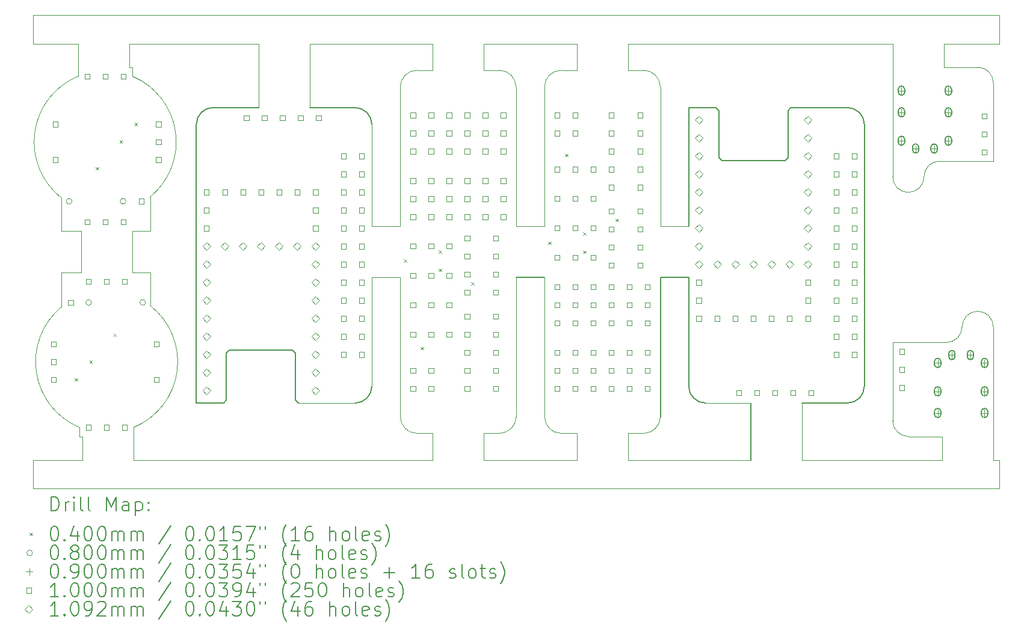
<source format=gbr>
%TF.GenerationSoftware,KiCad,Pcbnew,7.0.5*%
%TF.CreationDate,2024-01-24T21:19:42+08:00*%
%TF.ProjectId,main,6d61696e-2e6b-4696-9361-645f70636258,rev?*%
%TF.SameCoordinates,Original*%
%TF.FileFunction,Drillmap*%
%TF.FilePolarity,Positive*%
%FSLAX45Y45*%
G04 Gerber Fmt 4.5, Leading zero omitted, Abs format (unit mm)*
G04 Created by KiCad (PCBNEW 7.0.5) date 2024-01-24 21:19:42*
%MOMM*%
%LPD*%
G01*
G04 APERTURE LIST*
%ADD10C,0.100000*%
%ADD11C,0.150000*%
%ADD12C,0.200000*%
%ADD13C,0.040000*%
%ADD14C,0.080000*%
%ADD15C,0.090000*%
%ADD16C,0.109220*%
G04 APERTURE END LIST*
D10*
X15501000Y-7531985D02*
X15501000Y-9492485D01*
X12596000Y-4242485D02*
X14326000Y-4242485D01*
X9336721Y-4700481D02*
G75*
G03*
X9105022Y-6414923I381379J-924419D01*
G01*
D11*
X17931000Y-5142485D02*
X17931006Y-6811985D01*
X18806000Y-9300515D02*
X18806000Y-10101485D01*
D10*
X12596047Y-5142485D02*
X12596000Y-4242485D01*
X10120579Y-9643519D02*
G75*
G03*
X10352278Y-7929077I-381379J924419D01*
G01*
D11*
X19365500Y-5142485D02*
X20166000Y-5142485D01*
D10*
X9358200Y-9770500D02*
X9358200Y-9643500D01*
X13236024Y-9300485D02*
X12435524Y-9300485D01*
X9105006Y-7945926D02*
G75*
G03*
X9357821Y-9643519I634194J-773174D01*
G01*
X15501000Y-4851485D02*
X15501000Y-6811985D01*
X14326000Y-4616485D02*
X14326000Y-4242485D01*
X21521000Y-4242500D02*
X21521000Y-4573500D01*
X10057100Y-4242500D02*
X10057100Y-4573500D01*
X10099216Y-6878900D02*
X10099200Y-7465100D01*
X9337100Y-4700500D02*
X9337100Y-4573500D01*
X9400200Y-9770500D02*
X9358200Y-9770500D01*
D11*
X17531030Y-7531985D02*
X17531030Y-9492455D01*
D10*
X8701024Y-4242485D02*
X9337100Y-4242500D01*
D11*
X12355524Y-8555485D02*
X11465524Y-8555485D01*
X19365500Y-5142485D02*
X19325500Y-5182485D01*
X11236024Y-5142484D02*
G75*
G03*
X11001024Y-5377485I6J-235006D01*
G01*
D10*
X15046000Y-10101485D02*
X16356000Y-10101455D01*
D11*
X11425524Y-9260485D02*
X11385524Y-9300485D01*
D10*
X14326000Y-10101485D02*
X14326000Y-9727485D01*
X13471024Y-6811985D02*
X13871000Y-6811985D01*
X9337100Y-4242500D02*
X9337100Y-4573500D01*
X22216600Y-4793500D02*
G75*
G03*
X21996600Y-4573500I-220000J0D01*
G01*
D11*
X11236024Y-5142485D02*
X11876000Y-5142485D01*
X11001024Y-9300485D02*
X11001024Y-5377485D01*
D10*
X15046000Y-4616455D02*
X15046000Y-4242485D01*
D11*
X12395524Y-9260485D02*
X12395524Y-8595485D01*
X18315500Y-5142485D02*
X17931000Y-5142485D01*
D10*
X14106000Y-9727485D02*
X14326000Y-9727485D01*
X9379200Y-7465100D02*
X9379216Y-6878900D01*
X10099216Y-6878900D02*
X10352294Y-6878900D01*
X9379216Y-6878900D02*
X9105022Y-6878900D01*
X17076000Y-4242485D02*
X20801000Y-4242500D01*
X21556600Y-8448200D02*
X20801000Y-8448200D01*
X17531030Y-4851455D02*
X17531030Y-6811985D01*
D11*
X15901030Y-7531985D02*
X15501000Y-7531985D01*
D10*
X15046000Y-9727485D02*
X15266000Y-9727485D01*
X8701024Y-10101485D02*
X9400200Y-10101500D01*
X20801000Y-9550500D02*
G75*
G03*
X21021000Y-9770500I220000J0D01*
G01*
X15266000Y-9727480D02*
G75*
G03*
X15501000Y-9492485I0J235000D01*
G01*
X13471024Y-5377485D02*
X13471024Y-6811985D01*
X22216600Y-10101500D02*
X22301000Y-10101485D01*
X21556600Y-8448200D02*
G75*
G03*
X21776600Y-8228200I0J220000D01*
G01*
X10120200Y-10101500D02*
X14326000Y-10101485D01*
X15500995Y-4851485D02*
G75*
G03*
X15266000Y-4616485I-234995J5D01*
G01*
X17076000Y-4616455D02*
X17296030Y-4616455D01*
X15901030Y-7531985D02*
X15901030Y-9492455D01*
X8701024Y-3842485D02*
X22301000Y-3842485D01*
X10120200Y-9643500D02*
X10120200Y-9770500D01*
X22216600Y-9770500D02*
X22216600Y-8228200D01*
X13471024Y-9065485D02*
X13471024Y-7531985D01*
D11*
X18355500Y-5847485D02*
X18355500Y-5182485D01*
D10*
X21496600Y-10101500D02*
X21496600Y-9770500D01*
X15901035Y-9492455D02*
G75*
G03*
X16136030Y-9727455I234995J-5D01*
G01*
X21496600Y-9770500D02*
X21021000Y-9770500D01*
D11*
X20400995Y-5377485D02*
G75*
G03*
X20166000Y-5142485I-234995J5D01*
G01*
D10*
X16136030Y-4616450D02*
G75*
G03*
X15901030Y-4851455I0J-235000D01*
G01*
X17296030Y-9727450D02*
G75*
G03*
X17531030Y-9492455I0J235000D01*
G01*
X17076000Y-4616455D02*
X17076000Y-4242485D01*
X16356000Y-4616455D02*
X16356000Y-4242485D01*
X21521000Y-4573500D02*
X21996600Y-4573500D01*
X15046000Y-4616455D02*
X15266000Y-4616485D01*
X22216600Y-10101500D02*
X22216600Y-9770500D01*
X20801000Y-9550500D02*
X20801000Y-8448200D01*
D11*
X12395524Y-9260485D02*
X12435524Y-9300485D01*
D10*
X10057100Y-4573500D02*
X10099100Y-4573500D01*
X20801000Y-4573500D02*
X20801000Y-6115800D01*
X21461000Y-5895800D02*
G75*
G03*
X21241000Y-6115800I0J-220000D01*
G01*
X22301000Y-10101485D02*
X22301000Y-10501485D01*
X22301000Y-3842485D02*
X22301000Y-4242485D01*
X10352294Y-6398074D02*
X10352294Y-6878900D01*
D11*
X11425524Y-9260485D02*
X11425524Y-8595485D01*
D10*
X13871000Y-6811985D02*
X13871000Y-4851485D01*
X20801000Y-6115800D02*
G75*
G03*
X21021000Y-6335800I220000J0D01*
G01*
D11*
X12395524Y-8595485D02*
X12355524Y-8555485D01*
D10*
X21021000Y-6335800D02*
G75*
G03*
X21241000Y-6115800I0J220000D01*
G01*
X8701024Y-3842485D02*
X8701024Y-4242485D01*
D11*
X17931006Y-7531985D02*
X17931000Y-9065485D01*
X20401000Y-5377485D02*
X20401000Y-9065485D01*
D10*
X16356000Y-4242485D02*
X15046000Y-4242485D01*
X10099200Y-7465100D02*
X10352278Y-7465100D01*
D11*
X18395500Y-5887485D02*
X19285500Y-5887485D01*
X19285500Y-5887485D02*
X19325500Y-5847485D01*
D10*
X18166000Y-9300485D02*
X18806000Y-9300515D01*
D11*
X13236024Y-9300484D02*
G75*
G03*
X13471024Y-9065485I6J234994D01*
G01*
D10*
X13471024Y-7531985D02*
X13871000Y-7531985D01*
X10099100Y-4573500D02*
X10099100Y-4700500D01*
X11876000Y-5142485D02*
X11876000Y-4242485D01*
X22216600Y-8228200D02*
G75*
G03*
X21996600Y-8008200I-220000J0D01*
G01*
X14106000Y-4616485D02*
X14326000Y-4616485D01*
X9105006Y-7945926D02*
X9105006Y-7465100D01*
D11*
X17931005Y-9065485D02*
G75*
G03*
X18166000Y-9300485I234995J-5D01*
G01*
D10*
X17076000Y-10101485D02*
X17076000Y-9727485D01*
X9400200Y-10101500D02*
X9400200Y-9770500D01*
D11*
X19325500Y-5847485D02*
X19325500Y-5182485D01*
D10*
X8701024Y-10501485D02*
X22301000Y-10501485D01*
X22216600Y-4793500D02*
X22216600Y-5895800D01*
D11*
X20166000Y-9300490D02*
G75*
G03*
X20401000Y-9065485I0J235000D01*
G01*
X18315500Y-5142485D02*
X18355500Y-5182485D01*
X11001024Y-9300485D02*
X11385524Y-9300485D01*
D10*
X17531025Y-4851455D02*
G75*
G03*
X17296030Y-4616455I-234995J5D01*
G01*
X13870995Y-9492485D02*
G75*
G03*
X14106000Y-9727485I235005J5D01*
G01*
X21461000Y-5895800D02*
X22216600Y-5895800D01*
X10057100Y-4242500D02*
X11876000Y-4242485D01*
X9379200Y-7465100D02*
X9105006Y-7465100D01*
D11*
X17931006Y-7531985D02*
X17531030Y-7531985D01*
X11425524Y-8595485D02*
X11465524Y-8555485D01*
D10*
X14106000Y-4616480D02*
G75*
G03*
X13871000Y-4851485I0J-235000D01*
G01*
X20801000Y-4242500D02*
X20801000Y-4573500D01*
X15901030Y-6811985D02*
X15901030Y-4851455D01*
X8701024Y-10101485D02*
X8701024Y-10501485D01*
X13871000Y-9492485D02*
X13871000Y-7531985D01*
X15501000Y-6811985D02*
X15901030Y-6811985D01*
X18806000Y-10101485D02*
X17076000Y-10101485D01*
X16356000Y-10101455D02*
X16356000Y-9727455D01*
X9105022Y-6414923D02*
X9105022Y-6878900D01*
X10352278Y-7929077D02*
X10352278Y-7465100D01*
X15046000Y-10101485D02*
X15046000Y-9727485D01*
X16356000Y-4616455D02*
X16136030Y-4616455D01*
D11*
X12596047Y-5142485D02*
X13236024Y-5142485D01*
D10*
X17531030Y-6811985D02*
X17931006Y-6811985D01*
X16356000Y-9727455D02*
X16136030Y-9727455D01*
X10352294Y-6398074D02*
G75*
G03*
X10099479Y-4700481I-634194J773174D01*
G01*
X19526000Y-10101485D02*
X21496600Y-10101500D01*
D11*
X13471025Y-5377485D02*
G75*
G03*
X13236024Y-5142485I-235005J-5D01*
G01*
D10*
X10120200Y-10101500D02*
X10120200Y-9770500D01*
X17076000Y-9727485D02*
X17296030Y-9727455D01*
X21996600Y-8008200D02*
G75*
G03*
X21776600Y-8228200I0J-220000D01*
G01*
X19526000Y-10101485D02*
X19526000Y-9300515D01*
X21521000Y-4242500D02*
X22301000Y-4242485D01*
D11*
X20166000Y-9300485D02*
X19526000Y-9300515D01*
X18395500Y-5887485D02*
X18355500Y-5847485D01*
D12*
D13*
X9286200Y-8949100D02*
X9326200Y-8989100D01*
X9326200Y-8949100D02*
X9286200Y-8989100D01*
X9497200Y-8699600D02*
X9537200Y-8739600D01*
X9537200Y-8699600D02*
X9497200Y-8739600D01*
X9583100Y-5979400D02*
X9623100Y-6019400D01*
X9623100Y-5979400D02*
X9583100Y-6019400D01*
X9834200Y-8324600D02*
X9874200Y-8364600D01*
X9874200Y-8324600D02*
X9834200Y-8364600D01*
X9920100Y-5604400D02*
X9960100Y-5644400D01*
X9960100Y-5604400D02*
X9920100Y-5644400D01*
X10131100Y-5354900D02*
X10171100Y-5394900D01*
X10171100Y-5354900D02*
X10131100Y-5394900D01*
X13923000Y-7276485D02*
X13963000Y-7316485D01*
X13963000Y-7276485D02*
X13923000Y-7316485D01*
X14157000Y-8509485D02*
X14197000Y-8549485D01*
X14197000Y-8509485D02*
X14157000Y-8549485D01*
X14411000Y-7149485D02*
X14451000Y-7189485D01*
X14451000Y-7149485D02*
X14411000Y-7189485D01*
X14411000Y-7409485D02*
X14451000Y-7449485D01*
X14451000Y-7409485D02*
X14411000Y-7449485D01*
X14869000Y-7597485D02*
X14909000Y-7637485D01*
X14909000Y-7597485D02*
X14869000Y-7637485D01*
X15953030Y-7027455D02*
X15993030Y-7067455D01*
X15993030Y-7027455D02*
X15953030Y-7067455D01*
X16187000Y-5792485D02*
X16227000Y-5832485D01*
X16227000Y-5792485D02*
X16187000Y-5832485D01*
X16441030Y-6894455D02*
X16481030Y-6934455D01*
X16481030Y-6894455D02*
X16441030Y-6934455D01*
X16441030Y-7154455D02*
X16481030Y-7194455D01*
X16481030Y-7154455D02*
X16441030Y-7194455D01*
X16899000Y-6706485D02*
X16939000Y-6746485D01*
X16939000Y-6706485D02*
X16899000Y-6746485D01*
D14*
X9251100Y-6459900D02*
G75*
G03*
X9251100Y-6459900I-40000J0D01*
G01*
X9526200Y-7884100D02*
G75*
G03*
X9526200Y-7884100I-40000J0D01*
G01*
X10011100Y-6459900D02*
G75*
G03*
X10011100Y-6459900I-40000J0D01*
G01*
X10286200Y-7884100D02*
G75*
G03*
X10286200Y-7884100I-40000J0D01*
G01*
D15*
X20923800Y-4858700D02*
X20923800Y-4948700D01*
X20878800Y-4903700D02*
X20968800Y-4903700D01*
D12*
X20878800Y-4883700D02*
X20878800Y-4923700D01*
X20878800Y-4923700D02*
G75*
G03*
X20968800Y-4923700I45000J0D01*
G01*
X20968800Y-4923700D02*
X20968800Y-4883700D01*
X20968800Y-4883700D02*
G75*
G03*
X20878800Y-4883700I-45000J0D01*
G01*
D15*
X20923800Y-5163500D02*
X20923800Y-5253500D01*
X20878800Y-5208500D02*
X20968800Y-5208500D01*
D12*
X20878800Y-5188500D02*
X20878800Y-5228500D01*
X20878800Y-5228500D02*
G75*
G03*
X20968800Y-5228500I45000J0D01*
G01*
X20968800Y-5228500D02*
X20968800Y-5188500D01*
X20968800Y-5188500D02*
G75*
G03*
X20878800Y-5188500I-45000J0D01*
G01*
D15*
X20923800Y-5563500D02*
X20923800Y-5653500D01*
X20878800Y-5608500D02*
X20968800Y-5608500D01*
D12*
X20878800Y-5588500D02*
X20878800Y-5628500D01*
X20878800Y-5628500D02*
G75*
G03*
X20968800Y-5628500I45000J0D01*
G01*
X20968800Y-5628500D02*
X20968800Y-5588500D01*
X20968800Y-5588500D02*
G75*
G03*
X20878800Y-5588500I-45000J0D01*
G01*
D15*
X21123800Y-5673500D02*
X21123800Y-5763500D01*
X21078800Y-5718500D02*
X21168800Y-5718500D01*
D12*
X21078800Y-5698500D02*
X21078800Y-5738500D01*
X21078800Y-5738500D02*
G75*
G03*
X21168800Y-5738500I45000J0D01*
G01*
X21168800Y-5738500D02*
X21168800Y-5698500D01*
X21168800Y-5698500D02*
G75*
G03*
X21078800Y-5698500I-45000J0D01*
G01*
D15*
X21383800Y-5673500D02*
X21383800Y-5763500D01*
X21338800Y-5718500D02*
X21428800Y-5718500D01*
D12*
X21338800Y-5698500D02*
X21338800Y-5738500D01*
X21338800Y-5738500D02*
G75*
G03*
X21428800Y-5738500I45000J0D01*
G01*
X21428800Y-5738500D02*
X21428800Y-5698500D01*
X21428800Y-5698500D02*
G75*
G03*
X21338800Y-5698500I-45000J0D01*
G01*
D15*
X21433800Y-8690500D02*
X21433800Y-8780500D01*
X21388800Y-8735500D02*
X21478800Y-8735500D01*
D12*
X21478800Y-8755500D02*
X21478800Y-8715500D01*
X21478800Y-8715500D02*
G75*
G03*
X21388800Y-8715500I-45000J0D01*
G01*
X21388800Y-8715500D02*
X21388800Y-8755500D01*
X21388800Y-8755500D02*
G75*
G03*
X21478800Y-8755500I45000J0D01*
G01*
D15*
X21433800Y-9090500D02*
X21433800Y-9180500D01*
X21388800Y-9135500D02*
X21478800Y-9135500D01*
D12*
X21478800Y-9155500D02*
X21478800Y-9115500D01*
X21478800Y-9115500D02*
G75*
G03*
X21388800Y-9115500I-45000J0D01*
G01*
X21388800Y-9115500D02*
X21388800Y-9155500D01*
X21388800Y-9155500D02*
G75*
G03*
X21478800Y-9155500I45000J0D01*
G01*
D15*
X21433800Y-9395300D02*
X21433800Y-9485300D01*
X21388800Y-9440300D02*
X21478800Y-9440300D01*
D12*
X21478800Y-9460300D02*
X21478800Y-9420300D01*
X21478800Y-9420300D02*
G75*
G03*
X21388800Y-9420300I-45000J0D01*
G01*
X21388800Y-9420300D02*
X21388800Y-9460300D01*
X21388800Y-9460300D02*
G75*
G03*
X21478800Y-9460300I45000J0D01*
G01*
D15*
X21583800Y-4858700D02*
X21583800Y-4948700D01*
X21538800Y-4903700D02*
X21628800Y-4903700D01*
D12*
X21538800Y-4883700D02*
X21538800Y-4923700D01*
X21538800Y-4923700D02*
G75*
G03*
X21628800Y-4923700I45000J0D01*
G01*
X21628800Y-4923700D02*
X21628800Y-4883700D01*
X21628800Y-4883700D02*
G75*
G03*
X21538800Y-4883700I-45000J0D01*
G01*
D15*
X21583800Y-5163500D02*
X21583800Y-5253500D01*
X21538800Y-5208500D02*
X21628800Y-5208500D01*
D12*
X21538800Y-5188500D02*
X21538800Y-5228500D01*
X21538800Y-5228500D02*
G75*
G03*
X21628800Y-5228500I45000J0D01*
G01*
X21628800Y-5228500D02*
X21628800Y-5188500D01*
X21628800Y-5188500D02*
G75*
G03*
X21538800Y-5188500I-45000J0D01*
G01*
D15*
X21583800Y-5563500D02*
X21583800Y-5653500D01*
X21538800Y-5608500D02*
X21628800Y-5608500D01*
D12*
X21538800Y-5588500D02*
X21538800Y-5628500D01*
X21538800Y-5628500D02*
G75*
G03*
X21628800Y-5628500I45000J0D01*
G01*
X21628800Y-5628500D02*
X21628800Y-5588500D01*
X21628800Y-5588500D02*
G75*
G03*
X21538800Y-5588500I-45000J0D01*
G01*
D15*
X21633800Y-8580500D02*
X21633800Y-8670500D01*
X21588800Y-8625500D02*
X21678800Y-8625500D01*
D12*
X21678800Y-8645500D02*
X21678800Y-8605500D01*
X21678800Y-8605500D02*
G75*
G03*
X21588800Y-8605500I-45000J0D01*
G01*
X21588800Y-8605500D02*
X21588800Y-8645500D01*
X21588800Y-8645500D02*
G75*
G03*
X21678800Y-8645500I45000J0D01*
G01*
D15*
X21893800Y-8580500D02*
X21893800Y-8670500D01*
X21848800Y-8625500D02*
X21938800Y-8625500D01*
D12*
X21938800Y-8645500D02*
X21938800Y-8605500D01*
X21938800Y-8605500D02*
G75*
G03*
X21848800Y-8605500I-45000J0D01*
G01*
X21848800Y-8605500D02*
X21848800Y-8645500D01*
X21848800Y-8645500D02*
G75*
G03*
X21938800Y-8645500I45000J0D01*
G01*
D15*
X22093800Y-8690500D02*
X22093800Y-8780500D01*
X22048800Y-8735500D02*
X22138800Y-8735500D01*
D12*
X22138800Y-8755500D02*
X22138800Y-8715500D01*
X22138800Y-8715500D02*
G75*
G03*
X22048800Y-8715500I-45000J0D01*
G01*
X22048800Y-8715500D02*
X22048800Y-8755500D01*
X22048800Y-8755500D02*
G75*
G03*
X22138800Y-8755500I45000J0D01*
G01*
D15*
X22093800Y-9090500D02*
X22093800Y-9180500D01*
X22048800Y-9135500D02*
X22138800Y-9135500D01*
D12*
X22138800Y-9155500D02*
X22138800Y-9115500D01*
X22138800Y-9115500D02*
G75*
G03*
X22048800Y-9115500I-45000J0D01*
G01*
X22048800Y-9115500D02*
X22048800Y-9155500D01*
X22048800Y-9155500D02*
G75*
G03*
X22138800Y-9155500I45000J0D01*
G01*
D15*
X22093800Y-9395300D02*
X22093800Y-9485300D01*
X22048800Y-9440300D02*
X22138800Y-9440300D01*
D12*
X22138800Y-9460300D02*
X22138800Y-9420300D01*
X22138800Y-9420300D02*
G75*
G03*
X22048800Y-9420300I-45000J0D01*
G01*
X22048800Y-9420300D02*
X22048800Y-9460300D01*
X22048800Y-9460300D02*
G75*
G03*
X22138800Y-9460300I45000J0D01*
G01*
D10*
X9024556Y-8504456D02*
X9024556Y-8433744D01*
X8953844Y-8433744D01*
X8953844Y-8504456D01*
X9024556Y-8504456D01*
X9024556Y-8754456D02*
X9024556Y-8683744D01*
X8953844Y-8683744D01*
X8953844Y-8754456D01*
X9024556Y-8754456D01*
X9024556Y-9004456D02*
X9024556Y-8933744D01*
X8953844Y-8933744D01*
X8953844Y-9004456D01*
X9024556Y-9004456D01*
X9053456Y-5410256D02*
X9053456Y-5339544D01*
X8982744Y-5339544D01*
X8982744Y-5410256D01*
X9053456Y-5410256D01*
X9053456Y-5910256D02*
X9053456Y-5839544D01*
X8982744Y-5839544D01*
X8982744Y-5910256D01*
X9053456Y-5910256D01*
X9267556Y-7919456D02*
X9267556Y-7848744D01*
X9196844Y-7848744D01*
X9196844Y-7919456D01*
X9267556Y-7919456D01*
X9499456Y-4735856D02*
X9499456Y-4665144D01*
X9428744Y-4665144D01*
X9428744Y-4735856D01*
X9499456Y-4735856D01*
X9499456Y-6787256D02*
X9499456Y-6716544D01*
X9428744Y-6716544D01*
X9428744Y-6787256D01*
X9499456Y-6787256D01*
X9520556Y-7627456D02*
X9520556Y-7556744D01*
X9449844Y-7556744D01*
X9449844Y-7627456D01*
X9520556Y-7627456D01*
X9520556Y-9678856D02*
X9520556Y-9608144D01*
X9449844Y-9608144D01*
X9449844Y-9678856D01*
X9520556Y-9678856D01*
X9753456Y-4735856D02*
X9753456Y-4665144D01*
X9682744Y-4665144D01*
X9682744Y-4735856D01*
X9753456Y-4735856D01*
X9753456Y-6787256D02*
X9753456Y-6716544D01*
X9682744Y-6716544D01*
X9682744Y-6787256D01*
X9753456Y-6787256D01*
X9774556Y-7627456D02*
X9774556Y-7556744D01*
X9703844Y-7556744D01*
X9703844Y-7627456D01*
X9774556Y-7627456D01*
X9774556Y-9678856D02*
X9774556Y-9608144D01*
X9703844Y-9608144D01*
X9703844Y-9678856D01*
X9774556Y-9678856D01*
X10007456Y-4735856D02*
X10007456Y-4665144D01*
X9936744Y-4665144D01*
X9936744Y-4735856D01*
X10007456Y-4735856D01*
X10007456Y-6787256D02*
X10007456Y-6716544D01*
X9936744Y-6716544D01*
X9936744Y-6787256D01*
X10007456Y-6787256D01*
X10028556Y-7627456D02*
X10028556Y-7556744D01*
X9957844Y-7556744D01*
X9957844Y-7627456D01*
X10028556Y-7627456D01*
X10028556Y-9678856D02*
X10028556Y-9608144D01*
X9957844Y-9608144D01*
X9957844Y-9678856D01*
X10028556Y-9678856D01*
X10260456Y-6495256D02*
X10260456Y-6424544D01*
X10189744Y-6424544D01*
X10189744Y-6495256D01*
X10260456Y-6495256D01*
X10474556Y-8504456D02*
X10474556Y-8433744D01*
X10403844Y-8433744D01*
X10403844Y-8504456D01*
X10474556Y-8504456D01*
X10474556Y-9004456D02*
X10474556Y-8933744D01*
X10403844Y-8933744D01*
X10403844Y-9004456D01*
X10474556Y-9004456D01*
X10503456Y-5410256D02*
X10503456Y-5339544D01*
X10432744Y-5339544D01*
X10432744Y-5410256D01*
X10503456Y-5410256D01*
X10503456Y-5660256D02*
X10503456Y-5589544D01*
X10432744Y-5589544D01*
X10432744Y-5660256D01*
X10503456Y-5660256D01*
X10503456Y-5910256D02*
X10503456Y-5839544D01*
X10432744Y-5839544D01*
X10432744Y-5910256D01*
X10503456Y-5910256D01*
X11178379Y-6367841D02*
X11178379Y-6297129D01*
X11107668Y-6297129D01*
X11107668Y-6367841D01*
X11178379Y-6367841D01*
X11178379Y-6621841D02*
X11178379Y-6551129D01*
X11107668Y-6551129D01*
X11107668Y-6621841D01*
X11178379Y-6621841D01*
X11178379Y-6875841D02*
X11178379Y-6805129D01*
X11107668Y-6805129D01*
X11107668Y-6875841D01*
X11178379Y-6875841D01*
X11437879Y-6367841D02*
X11437879Y-6297129D01*
X11367168Y-6297129D01*
X11367168Y-6367841D01*
X11437879Y-6367841D01*
X11691879Y-6367841D02*
X11691879Y-6297129D01*
X11621168Y-6297129D01*
X11621168Y-6367841D01*
X11691879Y-6367841D01*
X11740379Y-5319841D02*
X11740379Y-5249129D01*
X11669668Y-5249129D01*
X11669668Y-5319841D01*
X11740379Y-5319841D01*
X11945879Y-6367841D02*
X11945879Y-6297129D01*
X11875168Y-6297129D01*
X11875168Y-6367841D01*
X11945879Y-6367841D01*
X11994379Y-5319841D02*
X11994379Y-5249129D01*
X11923668Y-5249129D01*
X11923668Y-5319841D01*
X11994379Y-5319841D01*
X12199879Y-6367841D02*
X12199879Y-6297129D01*
X12129168Y-6297129D01*
X12129168Y-6367841D01*
X12199879Y-6367841D01*
X12248379Y-5319841D02*
X12248379Y-5249129D01*
X12177668Y-5249129D01*
X12177668Y-5319841D01*
X12248379Y-5319841D01*
X12453879Y-6367841D02*
X12453879Y-6297129D01*
X12383168Y-6297129D01*
X12383168Y-6367841D01*
X12453879Y-6367841D01*
X12502379Y-5319841D02*
X12502379Y-5249129D01*
X12431668Y-5249129D01*
X12431668Y-5319841D01*
X12502379Y-5319841D01*
X12713379Y-6367841D02*
X12713379Y-6297129D01*
X12642668Y-6297129D01*
X12642668Y-6367841D01*
X12713379Y-6367841D01*
X12713379Y-6621841D02*
X12713379Y-6551129D01*
X12642668Y-6551129D01*
X12642668Y-6621841D01*
X12713379Y-6621841D01*
X12713379Y-6875841D02*
X12713379Y-6805129D01*
X12642668Y-6805129D01*
X12642668Y-6875841D01*
X12713379Y-6875841D01*
X12756379Y-5319841D02*
X12756379Y-5249129D01*
X12685668Y-5249129D01*
X12685668Y-5319841D01*
X12756379Y-5319841D01*
X13110379Y-5859841D02*
X13110379Y-5789129D01*
X13039668Y-5789129D01*
X13039668Y-5859841D01*
X13110379Y-5859841D01*
X13110379Y-6113841D02*
X13110379Y-6043129D01*
X13039668Y-6043129D01*
X13039668Y-6113841D01*
X13110379Y-6113841D01*
X13110379Y-6367841D02*
X13110379Y-6297129D01*
X13039668Y-6297129D01*
X13039668Y-6367841D01*
X13110379Y-6367841D01*
X13110379Y-6621841D02*
X13110379Y-6551129D01*
X13039668Y-6551129D01*
X13039668Y-6621841D01*
X13110379Y-6621841D01*
X13110379Y-6875841D02*
X13110379Y-6805129D01*
X13039668Y-6805129D01*
X13039668Y-6875841D01*
X13110379Y-6875841D01*
X13110379Y-7129841D02*
X13110379Y-7059129D01*
X13039668Y-7059129D01*
X13039668Y-7129841D01*
X13110379Y-7129841D01*
X13110379Y-7383841D02*
X13110379Y-7313129D01*
X13039668Y-7313129D01*
X13039668Y-7383841D01*
X13110379Y-7383841D01*
X13110379Y-7637841D02*
X13110379Y-7567129D01*
X13039668Y-7567129D01*
X13039668Y-7637841D01*
X13110379Y-7637841D01*
X13110379Y-7891841D02*
X13110379Y-7821129D01*
X13039668Y-7821129D01*
X13039668Y-7891841D01*
X13110379Y-7891841D01*
X13110379Y-8145841D02*
X13110379Y-8075129D01*
X13039668Y-8075129D01*
X13039668Y-8145841D01*
X13110379Y-8145841D01*
X13110379Y-8399841D02*
X13110379Y-8329129D01*
X13039668Y-8329129D01*
X13039668Y-8399841D01*
X13110379Y-8399841D01*
X13110379Y-8653841D02*
X13110379Y-8583129D01*
X13039668Y-8583129D01*
X13039668Y-8653841D01*
X13110379Y-8653841D01*
X13364379Y-5859841D02*
X13364379Y-5789129D01*
X13293668Y-5789129D01*
X13293668Y-5859841D01*
X13364379Y-5859841D01*
X13364379Y-6113841D02*
X13364379Y-6043129D01*
X13293668Y-6043129D01*
X13293668Y-6113841D01*
X13364379Y-6113841D01*
X13364379Y-6367841D02*
X13364379Y-6297129D01*
X13293668Y-6297129D01*
X13293668Y-6367841D01*
X13364379Y-6367841D01*
X13364379Y-6621841D02*
X13364379Y-6551129D01*
X13293668Y-6551129D01*
X13293668Y-6621841D01*
X13364379Y-6621841D01*
X13364379Y-6875841D02*
X13364379Y-6805129D01*
X13293668Y-6805129D01*
X13293668Y-6875841D01*
X13364379Y-6875841D01*
X13364379Y-7129841D02*
X13364379Y-7059129D01*
X13293668Y-7059129D01*
X13293668Y-7129841D01*
X13364379Y-7129841D01*
X13364379Y-7383841D02*
X13364379Y-7313129D01*
X13293668Y-7313129D01*
X13293668Y-7383841D01*
X13364379Y-7383841D01*
X13364379Y-7637841D02*
X13364379Y-7567129D01*
X13293668Y-7567129D01*
X13293668Y-7637841D01*
X13364379Y-7637841D01*
X13364379Y-7891841D02*
X13364379Y-7821129D01*
X13293668Y-7821129D01*
X13293668Y-7891841D01*
X13364379Y-7891841D01*
X13364379Y-8145841D02*
X13364379Y-8075129D01*
X13293668Y-8075129D01*
X13293668Y-8145841D01*
X13364379Y-8145841D01*
X13364379Y-8399841D02*
X13364379Y-8329129D01*
X13293668Y-8329129D01*
X13293668Y-8399841D01*
X13364379Y-8399841D01*
X13364379Y-8653841D02*
X13364379Y-8583129D01*
X13293668Y-8583129D01*
X13293668Y-8653841D01*
X13364379Y-8653841D01*
X14085356Y-7127841D02*
X14085356Y-7057129D01*
X14014644Y-7057129D01*
X14014644Y-7127841D01*
X14085356Y-7127841D01*
X14085356Y-7541841D02*
X14085356Y-7471129D01*
X14014644Y-7471129D01*
X14014644Y-7541841D01*
X14085356Y-7541841D01*
X14085356Y-7955841D02*
X14085356Y-7885129D01*
X14014644Y-7885129D01*
X14014644Y-7955841D01*
X14085356Y-7955841D01*
X14085356Y-8368841D02*
X14085356Y-8298129D01*
X14014644Y-8298129D01*
X14014644Y-8368841D01*
X14085356Y-8368841D01*
X14085356Y-8876841D02*
X14085356Y-8806129D01*
X14014644Y-8806129D01*
X14014644Y-8876841D01*
X14085356Y-8876841D01*
X14085356Y-9130841D02*
X14085356Y-9060129D01*
X14014644Y-9060129D01*
X14014644Y-9130841D01*
X14085356Y-9130841D01*
X14086356Y-5283841D02*
X14086356Y-5213129D01*
X14015644Y-5213129D01*
X14015644Y-5283841D01*
X14086356Y-5283841D01*
X14086356Y-5537841D02*
X14086356Y-5467129D01*
X14015644Y-5467129D01*
X14015644Y-5537841D01*
X14086356Y-5537841D01*
X14086356Y-5791841D02*
X14086356Y-5721129D01*
X14015644Y-5721129D01*
X14015644Y-5791841D01*
X14086356Y-5791841D01*
X14086356Y-6205841D02*
X14086356Y-6135129D01*
X14015644Y-6135129D01*
X14015644Y-6205841D01*
X14086356Y-6205841D01*
X14086356Y-6459841D02*
X14086356Y-6389129D01*
X14015644Y-6389129D01*
X14015644Y-6459841D01*
X14086356Y-6459841D01*
X14086356Y-6713841D02*
X14086356Y-6643129D01*
X14015644Y-6643129D01*
X14015644Y-6713841D01*
X14086356Y-6713841D01*
X14339356Y-7127841D02*
X14339356Y-7057129D01*
X14268644Y-7057129D01*
X14268644Y-7127841D01*
X14339356Y-7127841D01*
X14339356Y-7541841D02*
X14339356Y-7471129D01*
X14268644Y-7471129D01*
X14268644Y-7541841D01*
X14339356Y-7541841D01*
X14339356Y-7955841D02*
X14339356Y-7885129D01*
X14268644Y-7885129D01*
X14268644Y-7955841D01*
X14339356Y-7955841D01*
X14339356Y-8368841D02*
X14339356Y-8298129D01*
X14268644Y-8298129D01*
X14268644Y-8368841D01*
X14339356Y-8368841D01*
X14339356Y-8876841D02*
X14339356Y-8806129D01*
X14268644Y-8806129D01*
X14268644Y-8876841D01*
X14339356Y-8876841D01*
X14339356Y-9130841D02*
X14339356Y-9060129D01*
X14268644Y-9060129D01*
X14268644Y-9130841D01*
X14339356Y-9130841D01*
X14340356Y-5283841D02*
X14340356Y-5213129D01*
X14269644Y-5213129D01*
X14269644Y-5283841D01*
X14340356Y-5283841D01*
X14340356Y-5537841D02*
X14340356Y-5467129D01*
X14269644Y-5467129D01*
X14269644Y-5537841D01*
X14340356Y-5537841D01*
X14340356Y-5791841D02*
X14340356Y-5721129D01*
X14269644Y-5721129D01*
X14269644Y-5791841D01*
X14340356Y-5791841D01*
X14340356Y-6205841D02*
X14340356Y-6135129D01*
X14269644Y-6135129D01*
X14269644Y-6205841D01*
X14340356Y-6205841D01*
X14340356Y-6459841D02*
X14340356Y-6389129D01*
X14269644Y-6389129D01*
X14269644Y-6459841D01*
X14340356Y-6459841D01*
X14340356Y-6713841D02*
X14340356Y-6643129D01*
X14269644Y-6643129D01*
X14269644Y-6713841D01*
X14340356Y-6713841D01*
X14593356Y-7127841D02*
X14593356Y-7057129D01*
X14522644Y-7057129D01*
X14522644Y-7127841D01*
X14593356Y-7127841D01*
X14593356Y-7541841D02*
X14593356Y-7471129D01*
X14522644Y-7471129D01*
X14522644Y-7541841D01*
X14593356Y-7541841D01*
X14593356Y-7955841D02*
X14593356Y-7885129D01*
X14522644Y-7885129D01*
X14522644Y-7955841D01*
X14593356Y-7955841D01*
X14593356Y-8368841D02*
X14593356Y-8298129D01*
X14522644Y-8298129D01*
X14522644Y-8368841D01*
X14593356Y-8368841D01*
X14594356Y-5283841D02*
X14594356Y-5213129D01*
X14523644Y-5213129D01*
X14523644Y-5283841D01*
X14594356Y-5283841D01*
X14594356Y-5537841D02*
X14594356Y-5467129D01*
X14523644Y-5467129D01*
X14523644Y-5537841D01*
X14594356Y-5537841D01*
X14594356Y-5791841D02*
X14594356Y-5721129D01*
X14523644Y-5721129D01*
X14523644Y-5791841D01*
X14594356Y-5791841D01*
X14594356Y-6205841D02*
X14594356Y-6135129D01*
X14523644Y-6135129D01*
X14523644Y-6205841D01*
X14594356Y-6205841D01*
X14594356Y-6459841D02*
X14594356Y-6389129D01*
X14523644Y-6389129D01*
X14523644Y-6459841D01*
X14594356Y-6459841D01*
X14594356Y-6713841D02*
X14594356Y-6643129D01*
X14523644Y-6643129D01*
X14523644Y-6713841D01*
X14594356Y-6713841D01*
X14847356Y-7017841D02*
X14847356Y-6947129D01*
X14776644Y-6947129D01*
X14776644Y-7017841D01*
X14847356Y-7017841D01*
X14847356Y-7271841D02*
X14847356Y-7201129D01*
X14776644Y-7201129D01*
X14776644Y-7271841D01*
X14847356Y-7271841D01*
X14847356Y-7525841D02*
X14847356Y-7455129D01*
X14776644Y-7455129D01*
X14776644Y-7525841D01*
X14847356Y-7525841D01*
X14847356Y-7779841D02*
X14847356Y-7709129D01*
X14776644Y-7709129D01*
X14776644Y-7779841D01*
X14847356Y-7779841D01*
X14848356Y-5283841D02*
X14848356Y-5213129D01*
X14777644Y-5213129D01*
X14777644Y-5283841D01*
X14848356Y-5283841D01*
X14848356Y-5537841D02*
X14848356Y-5467129D01*
X14777644Y-5467129D01*
X14777644Y-5537841D01*
X14848356Y-5537841D01*
X14848356Y-5791841D02*
X14848356Y-5721129D01*
X14777644Y-5721129D01*
X14777644Y-5791841D01*
X14848356Y-5791841D01*
X14848356Y-6205841D02*
X14848356Y-6135129D01*
X14777644Y-6135129D01*
X14777644Y-6205841D01*
X14848356Y-6205841D01*
X14848356Y-6459841D02*
X14848356Y-6389129D01*
X14777644Y-6389129D01*
X14777644Y-6459841D01*
X14848356Y-6459841D01*
X14848356Y-6713841D02*
X14848356Y-6643129D01*
X14777644Y-6643129D01*
X14777644Y-6713841D01*
X14848356Y-6713841D01*
X14848356Y-8114841D02*
X14848356Y-8044129D01*
X14777644Y-8044129D01*
X14777644Y-8114841D01*
X14848356Y-8114841D01*
X14848356Y-8368841D02*
X14848356Y-8298129D01*
X14777644Y-8298129D01*
X14777644Y-8368841D01*
X14848356Y-8368841D01*
X14848356Y-8622841D02*
X14848356Y-8552129D01*
X14777644Y-8552129D01*
X14777644Y-8622841D01*
X14848356Y-8622841D01*
X14848356Y-8876841D02*
X14848356Y-8806129D01*
X14777644Y-8806129D01*
X14777644Y-8876841D01*
X14848356Y-8876841D01*
X14848356Y-9130841D02*
X14848356Y-9060129D01*
X14777644Y-9060129D01*
X14777644Y-9130841D01*
X14848356Y-9130841D01*
X15102356Y-5283841D02*
X15102356Y-5213129D01*
X15031644Y-5213129D01*
X15031644Y-5283841D01*
X15102356Y-5283841D01*
X15102356Y-5537841D02*
X15102356Y-5467129D01*
X15031644Y-5467129D01*
X15031644Y-5537841D01*
X15102356Y-5537841D01*
X15102356Y-5791841D02*
X15102356Y-5721129D01*
X15031644Y-5721129D01*
X15031644Y-5791841D01*
X15102356Y-5791841D01*
X15102356Y-6205841D02*
X15102356Y-6135129D01*
X15031644Y-6135129D01*
X15031644Y-6205841D01*
X15102356Y-6205841D01*
X15102356Y-6459841D02*
X15102356Y-6389129D01*
X15031644Y-6389129D01*
X15031644Y-6459841D01*
X15102356Y-6459841D01*
X15102356Y-6713841D02*
X15102356Y-6643129D01*
X15031644Y-6643129D01*
X15031644Y-6713841D01*
X15102356Y-6713841D01*
X15251356Y-7017841D02*
X15251356Y-6947129D01*
X15180644Y-6947129D01*
X15180644Y-7017841D01*
X15251356Y-7017841D01*
X15251356Y-7271841D02*
X15251356Y-7201129D01*
X15180644Y-7201129D01*
X15180644Y-7271841D01*
X15251356Y-7271841D01*
X15251356Y-7525841D02*
X15251356Y-7455129D01*
X15180644Y-7455129D01*
X15180644Y-7525841D01*
X15251356Y-7525841D01*
X15251356Y-7779841D02*
X15251356Y-7709129D01*
X15180644Y-7709129D01*
X15180644Y-7779841D01*
X15251356Y-7779841D01*
X15251356Y-8114841D02*
X15251356Y-8044129D01*
X15180644Y-8044129D01*
X15180644Y-8114841D01*
X15251356Y-8114841D01*
X15251356Y-8368841D02*
X15251356Y-8298129D01*
X15180644Y-8298129D01*
X15180644Y-8368841D01*
X15251356Y-8368841D01*
X15251356Y-8622841D02*
X15251356Y-8552129D01*
X15180644Y-8552129D01*
X15180644Y-8622841D01*
X15251356Y-8622841D01*
X15251356Y-8876841D02*
X15251356Y-8806129D01*
X15180644Y-8806129D01*
X15180644Y-8876841D01*
X15251356Y-8876841D01*
X15251356Y-9130841D02*
X15251356Y-9060129D01*
X15180644Y-9060129D01*
X15180644Y-9130841D01*
X15251356Y-9130841D01*
X15356356Y-5283841D02*
X15356356Y-5213129D01*
X15285644Y-5213129D01*
X15285644Y-5283841D01*
X15356356Y-5283841D01*
X15356356Y-5537841D02*
X15356356Y-5467129D01*
X15285644Y-5467129D01*
X15285644Y-5537841D01*
X15356356Y-5537841D01*
X15356356Y-5791841D02*
X15356356Y-5721129D01*
X15285644Y-5721129D01*
X15285644Y-5791841D01*
X15356356Y-5791841D01*
X15356356Y-6205841D02*
X15356356Y-6135129D01*
X15285644Y-6135129D01*
X15285644Y-6205841D01*
X15356356Y-6205841D01*
X15356356Y-6459841D02*
X15356356Y-6389129D01*
X15285644Y-6389129D01*
X15285644Y-6459841D01*
X15356356Y-6459841D01*
X15356356Y-6713841D02*
X15356356Y-6643129D01*
X15285644Y-6643129D01*
X15285644Y-6713841D01*
X15356356Y-6713841D01*
X16115386Y-5283811D02*
X16115386Y-5213100D01*
X16044674Y-5213100D01*
X16044674Y-5283811D01*
X16115386Y-5283811D01*
X16115386Y-5537811D02*
X16115386Y-5467100D01*
X16044674Y-5467100D01*
X16044674Y-5537811D01*
X16115386Y-5537811D01*
X16115386Y-6045811D02*
X16115386Y-5975100D01*
X16044674Y-5975100D01*
X16044674Y-6045811D01*
X16115386Y-6045811D01*
X16115386Y-6458811D02*
X16115386Y-6388100D01*
X16044674Y-6388100D01*
X16044674Y-6458811D01*
X16115386Y-6458811D01*
X16115386Y-6872811D02*
X16115386Y-6802100D01*
X16044674Y-6802100D01*
X16044674Y-6872811D01*
X16115386Y-6872811D01*
X16115386Y-7286811D02*
X16115386Y-7216100D01*
X16044674Y-7216100D01*
X16044674Y-7286811D01*
X16115386Y-7286811D01*
X16116386Y-7700811D02*
X16116386Y-7630100D01*
X16045674Y-7630100D01*
X16045674Y-7700811D01*
X16116386Y-7700811D01*
X16116386Y-7954811D02*
X16116386Y-7884100D01*
X16045674Y-7884100D01*
X16045674Y-7954811D01*
X16116386Y-7954811D01*
X16116386Y-8208811D02*
X16116386Y-8138100D01*
X16045674Y-8138100D01*
X16045674Y-8208811D01*
X16116386Y-8208811D01*
X16116386Y-8622811D02*
X16116386Y-8552100D01*
X16045674Y-8552100D01*
X16045674Y-8622811D01*
X16116386Y-8622811D01*
X16116386Y-8876811D02*
X16116386Y-8806100D01*
X16045674Y-8806100D01*
X16045674Y-8876811D01*
X16116386Y-8876811D01*
X16116386Y-9130811D02*
X16116386Y-9060100D01*
X16045674Y-9060100D01*
X16045674Y-9130811D01*
X16116386Y-9130811D01*
X16369386Y-5283811D02*
X16369386Y-5213100D01*
X16298674Y-5213100D01*
X16298674Y-5283811D01*
X16369386Y-5283811D01*
X16369386Y-5537811D02*
X16369386Y-5467100D01*
X16298674Y-5467100D01*
X16298674Y-5537811D01*
X16369386Y-5537811D01*
X16369386Y-6045811D02*
X16369386Y-5975100D01*
X16298674Y-5975100D01*
X16298674Y-6045811D01*
X16369386Y-6045811D01*
X16369386Y-6458811D02*
X16369386Y-6388100D01*
X16298674Y-6388100D01*
X16298674Y-6458811D01*
X16369386Y-6458811D01*
X16369386Y-6872811D02*
X16369386Y-6802100D01*
X16298674Y-6802100D01*
X16298674Y-6872811D01*
X16369386Y-6872811D01*
X16369386Y-7286811D02*
X16369386Y-7216100D01*
X16298674Y-7216100D01*
X16298674Y-7286811D01*
X16369386Y-7286811D01*
X16370386Y-7700811D02*
X16370386Y-7630100D01*
X16299674Y-7630100D01*
X16299674Y-7700811D01*
X16370386Y-7700811D01*
X16370386Y-7954811D02*
X16370386Y-7884100D01*
X16299674Y-7884100D01*
X16299674Y-7954811D01*
X16370386Y-7954811D01*
X16370386Y-8208811D02*
X16370386Y-8138100D01*
X16299674Y-8138100D01*
X16299674Y-8208811D01*
X16370386Y-8208811D01*
X16370386Y-8622811D02*
X16370386Y-8552100D01*
X16299674Y-8552100D01*
X16299674Y-8622811D01*
X16370386Y-8622811D01*
X16370386Y-8876811D02*
X16370386Y-8806100D01*
X16299674Y-8806100D01*
X16299674Y-8876811D01*
X16370386Y-8876811D01*
X16370386Y-9130811D02*
X16370386Y-9060100D01*
X16299674Y-9060100D01*
X16299674Y-9130811D01*
X16370386Y-9130811D01*
X16623386Y-6045811D02*
X16623386Y-5975100D01*
X16552674Y-5975100D01*
X16552674Y-6045811D01*
X16623386Y-6045811D01*
X16623386Y-6458811D02*
X16623386Y-6388100D01*
X16552674Y-6388100D01*
X16552674Y-6458811D01*
X16623386Y-6458811D01*
X16623386Y-6872811D02*
X16623386Y-6802100D01*
X16552674Y-6802100D01*
X16552674Y-6872811D01*
X16623386Y-6872811D01*
X16623386Y-7286811D02*
X16623386Y-7216100D01*
X16552674Y-7216100D01*
X16552674Y-7286811D01*
X16623386Y-7286811D01*
X16624386Y-7700811D02*
X16624386Y-7630100D01*
X16553674Y-7630100D01*
X16553674Y-7700811D01*
X16624386Y-7700811D01*
X16624386Y-7954811D02*
X16624386Y-7884100D01*
X16553674Y-7884100D01*
X16553674Y-7954811D01*
X16624386Y-7954811D01*
X16624386Y-8208811D02*
X16624386Y-8138100D01*
X16553674Y-8138100D01*
X16553674Y-8208811D01*
X16624386Y-8208811D01*
X16624386Y-8622811D02*
X16624386Y-8552100D01*
X16553674Y-8552100D01*
X16553674Y-8622811D01*
X16624386Y-8622811D01*
X16624386Y-8876811D02*
X16624386Y-8806100D01*
X16553674Y-8806100D01*
X16553674Y-8876811D01*
X16624386Y-8876811D01*
X16624386Y-9130811D02*
X16624386Y-9060100D01*
X16553674Y-9060100D01*
X16553674Y-9130811D01*
X16624386Y-9130811D01*
X16877386Y-6634811D02*
X16877386Y-6564100D01*
X16806674Y-6564100D01*
X16806674Y-6634811D01*
X16877386Y-6634811D01*
X16877386Y-6888811D02*
X16877386Y-6818100D01*
X16806674Y-6818100D01*
X16806674Y-6888811D01*
X16877386Y-6888811D01*
X16877386Y-7142811D02*
X16877386Y-7072100D01*
X16806674Y-7072100D01*
X16806674Y-7142811D01*
X16877386Y-7142811D01*
X16877386Y-7396811D02*
X16877386Y-7326100D01*
X16806674Y-7326100D01*
X16806674Y-7396811D01*
X16877386Y-7396811D01*
X16878386Y-5283811D02*
X16878386Y-5213100D01*
X16807674Y-5213100D01*
X16807674Y-5283811D01*
X16878386Y-5283811D01*
X16878386Y-5537811D02*
X16878386Y-5467100D01*
X16807674Y-5467100D01*
X16807674Y-5537811D01*
X16878386Y-5537811D01*
X16878386Y-5791811D02*
X16878386Y-5721100D01*
X16807674Y-5721100D01*
X16807674Y-5791811D01*
X16878386Y-5791811D01*
X16878386Y-6045811D02*
X16878386Y-5975100D01*
X16807674Y-5975100D01*
X16807674Y-6045811D01*
X16878386Y-6045811D01*
X16878386Y-6299811D02*
X16878386Y-6229100D01*
X16807674Y-6229100D01*
X16807674Y-6299811D01*
X16878386Y-6299811D01*
X16878386Y-7700811D02*
X16878386Y-7630100D01*
X16807674Y-7630100D01*
X16807674Y-7700811D01*
X16878386Y-7700811D01*
X16878386Y-7954811D02*
X16878386Y-7884100D01*
X16807674Y-7884100D01*
X16807674Y-7954811D01*
X16878386Y-7954811D01*
X16878386Y-8208811D02*
X16878386Y-8138100D01*
X16807674Y-8138100D01*
X16807674Y-8208811D01*
X16878386Y-8208811D01*
X16878386Y-8622811D02*
X16878386Y-8552100D01*
X16807674Y-8552100D01*
X16807674Y-8622811D01*
X16878386Y-8622811D01*
X16878386Y-8876811D02*
X16878386Y-8806100D01*
X16807674Y-8806100D01*
X16807674Y-8876811D01*
X16878386Y-8876811D01*
X16878386Y-9130811D02*
X16878386Y-9060100D01*
X16807674Y-9060100D01*
X16807674Y-9130811D01*
X16878386Y-9130811D01*
X17132386Y-7700811D02*
X17132386Y-7630100D01*
X17061674Y-7630100D01*
X17061674Y-7700811D01*
X17132386Y-7700811D01*
X17132386Y-7954811D02*
X17132386Y-7884100D01*
X17061674Y-7884100D01*
X17061674Y-7954811D01*
X17132386Y-7954811D01*
X17132386Y-8208811D02*
X17132386Y-8138100D01*
X17061674Y-8138100D01*
X17061674Y-8208811D01*
X17132386Y-8208811D01*
X17132386Y-8622811D02*
X17132386Y-8552100D01*
X17061674Y-8552100D01*
X17061674Y-8622811D01*
X17132386Y-8622811D01*
X17132386Y-8876811D02*
X17132386Y-8806100D01*
X17061674Y-8806100D01*
X17061674Y-8876811D01*
X17132386Y-8876811D01*
X17132386Y-9130811D02*
X17132386Y-9060100D01*
X17061674Y-9060100D01*
X17061674Y-9130811D01*
X17132386Y-9130811D01*
X17281386Y-5283811D02*
X17281386Y-5213100D01*
X17210674Y-5213100D01*
X17210674Y-5283811D01*
X17281386Y-5283811D01*
X17281386Y-5537811D02*
X17281386Y-5467100D01*
X17210674Y-5467100D01*
X17210674Y-5537811D01*
X17281386Y-5537811D01*
X17281386Y-5791811D02*
X17281386Y-5721100D01*
X17210674Y-5721100D01*
X17210674Y-5791811D01*
X17281386Y-5791811D01*
X17281386Y-6045811D02*
X17281386Y-5975100D01*
X17210674Y-5975100D01*
X17210674Y-6045811D01*
X17281386Y-6045811D01*
X17281386Y-6299811D02*
X17281386Y-6229100D01*
X17210674Y-6229100D01*
X17210674Y-6299811D01*
X17281386Y-6299811D01*
X17281386Y-6634811D02*
X17281386Y-6564100D01*
X17210674Y-6564100D01*
X17210674Y-6634811D01*
X17281386Y-6634811D01*
X17281386Y-6888811D02*
X17281386Y-6818100D01*
X17210674Y-6818100D01*
X17210674Y-6888811D01*
X17281386Y-6888811D01*
X17281386Y-7142811D02*
X17281386Y-7072100D01*
X17210674Y-7072100D01*
X17210674Y-7142811D01*
X17281386Y-7142811D01*
X17281386Y-7396811D02*
X17281386Y-7326100D01*
X17210674Y-7326100D01*
X17210674Y-7396811D01*
X17281386Y-7396811D01*
X17386386Y-7700811D02*
X17386386Y-7630100D01*
X17315674Y-7630100D01*
X17315674Y-7700811D01*
X17386386Y-7700811D01*
X17386386Y-7954811D02*
X17386386Y-7884100D01*
X17315674Y-7884100D01*
X17315674Y-7954811D01*
X17386386Y-7954811D01*
X17386386Y-8208811D02*
X17386386Y-8138100D01*
X17315674Y-8138100D01*
X17315674Y-8208811D01*
X17386386Y-8208811D01*
X17386386Y-8622811D02*
X17386386Y-8552100D01*
X17315674Y-8552100D01*
X17315674Y-8622811D01*
X17386386Y-8622811D01*
X17386386Y-8876811D02*
X17386386Y-8806100D01*
X17315674Y-8806100D01*
X17315674Y-8876811D01*
X17386386Y-8876811D01*
X17386386Y-9130811D02*
X17386386Y-9060100D01*
X17315674Y-9060100D01*
X17315674Y-9130811D01*
X17386386Y-9130811D01*
X18108356Y-7637841D02*
X18108356Y-7567129D01*
X18037644Y-7567129D01*
X18037644Y-7637841D01*
X18108356Y-7637841D01*
X18108356Y-7891841D02*
X18108356Y-7821129D01*
X18037644Y-7821129D01*
X18037644Y-7891841D01*
X18108356Y-7891841D01*
X18108356Y-8145841D02*
X18108356Y-8075129D01*
X18037644Y-8075129D01*
X18037644Y-8145841D01*
X18108356Y-8145841D01*
X18367856Y-8145841D02*
X18367856Y-8075129D01*
X18297144Y-8075129D01*
X18297144Y-8145841D01*
X18367856Y-8145841D01*
X18621856Y-8145841D02*
X18621856Y-8075129D01*
X18551144Y-8075129D01*
X18551144Y-8145841D01*
X18621856Y-8145841D01*
X18670356Y-9193841D02*
X18670356Y-9123129D01*
X18599644Y-9123129D01*
X18599644Y-9193841D01*
X18670356Y-9193841D01*
X18875856Y-8145841D02*
X18875856Y-8075129D01*
X18805144Y-8075129D01*
X18805144Y-8145841D01*
X18875856Y-8145841D01*
X18924356Y-9193841D02*
X18924356Y-9123129D01*
X18853644Y-9123129D01*
X18853644Y-9193841D01*
X18924356Y-9193841D01*
X19129856Y-8145841D02*
X19129856Y-8075129D01*
X19059144Y-8075129D01*
X19059144Y-8145841D01*
X19129856Y-8145841D01*
X19178356Y-9193841D02*
X19178356Y-9123129D01*
X19107644Y-9123129D01*
X19107644Y-9193841D01*
X19178356Y-9193841D01*
X19383856Y-8145841D02*
X19383856Y-8075129D01*
X19313144Y-8075129D01*
X19313144Y-8145841D01*
X19383856Y-8145841D01*
X19432356Y-9193841D02*
X19432356Y-9123129D01*
X19361644Y-9123129D01*
X19361644Y-9193841D01*
X19432356Y-9193841D01*
X19643356Y-7637841D02*
X19643356Y-7567129D01*
X19572644Y-7567129D01*
X19572644Y-7637841D01*
X19643356Y-7637841D01*
X19643356Y-7891841D02*
X19643356Y-7821129D01*
X19572644Y-7821129D01*
X19572644Y-7891841D01*
X19643356Y-7891841D01*
X19643356Y-8145841D02*
X19643356Y-8075129D01*
X19572644Y-8075129D01*
X19572644Y-8145841D01*
X19643356Y-8145841D01*
X19686356Y-9193841D02*
X19686356Y-9123129D01*
X19615644Y-9123129D01*
X19615644Y-9193841D01*
X19686356Y-9193841D01*
X20040356Y-5859841D02*
X20040356Y-5789129D01*
X19969644Y-5789129D01*
X19969644Y-5859841D01*
X20040356Y-5859841D01*
X20040356Y-6113841D02*
X20040356Y-6043129D01*
X19969644Y-6043129D01*
X19969644Y-6113841D01*
X20040356Y-6113841D01*
X20040356Y-6367841D02*
X20040356Y-6297129D01*
X19969644Y-6297129D01*
X19969644Y-6367841D01*
X20040356Y-6367841D01*
X20040356Y-6621841D02*
X20040356Y-6551129D01*
X19969644Y-6551129D01*
X19969644Y-6621841D01*
X20040356Y-6621841D01*
X20040356Y-6875841D02*
X20040356Y-6805129D01*
X19969644Y-6805129D01*
X19969644Y-6875841D01*
X20040356Y-6875841D01*
X20040356Y-7129841D02*
X20040356Y-7059129D01*
X19969644Y-7059129D01*
X19969644Y-7129841D01*
X20040356Y-7129841D01*
X20040356Y-7383841D02*
X20040356Y-7313129D01*
X19969644Y-7313129D01*
X19969644Y-7383841D01*
X20040356Y-7383841D01*
X20040356Y-7637841D02*
X20040356Y-7567129D01*
X19969644Y-7567129D01*
X19969644Y-7637841D01*
X20040356Y-7637841D01*
X20040356Y-7891841D02*
X20040356Y-7821129D01*
X19969644Y-7821129D01*
X19969644Y-7891841D01*
X20040356Y-7891841D01*
X20040356Y-8145841D02*
X20040356Y-8075129D01*
X19969644Y-8075129D01*
X19969644Y-8145841D01*
X20040356Y-8145841D01*
X20040356Y-8399841D02*
X20040356Y-8329129D01*
X19969644Y-8329129D01*
X19969644Y-8399841D01*
X20040356Y-8399841D01*
X20040356Y-8653841D02*
X20040356Y-8583129D01*
X19969644Y-8583129D01*
X19969644Y-8653841D01*
X20040356Y-8653841D01*
X20294356Y-5859841D02*
X20294356Y-5789129D01*
X20223644Y-5789129D01*
X20223644Y-5859841D01*
X20294356Y-5859841D01*
X20294356Y-6113841D02*
X20294356Y-6043129D01*
X20223644Y-6043129D01*
X20223644Y-6113841D01*
X20294356Y-6113841D01*
X20294356Y-6367841D02*
X20294356Y-6297129D01*
X20223644Y-6297129D01*
X20223644Y-6367841D01*
X20294356Y-6367841D01*
X20294356Y-6621841D02*
X20294356Y-6551129D01*
X20223644Y-6551129D01*
X20223644Y-6621841D01*
X20294356Y-6621841D01*
X20294356Y-6875841D02*
X20294356Y-6805129D01*
X20223644Y-6805129D01*
X20223644Y-6875841D01*
X20294356Y-6875841D01*
X20294356Y-7129841D02*
X20294356Y-7059129D01*
X20223644Y-7059129D01*
X20223644Y-7129841D01*
X20294356Y-7129841D01*
X20294356Y-7383841D02*
X20294356Y-7313129D01*
X20223644Y-7313129D01*
X20223644Y-7383841D01*
X20294356Y-7383841D01*
X20294356Y-7637841D02*
X20294356Y-7567129D01*
X20223644Y-7567129D01*
X20223644Y-7637841D01*
X20294356Y-7637841D01*
X20294356Y-7891841D02*
X20294356Y-7821129D01*
X20223644Y-7821129D01*
X20223644Y-7891841D01*
X20294356Y-7891841D01*
X20294356Y-8145841D02*
X20294356Y-8075129D01*
X20223644Y-8075129D01*
X20223644Y-8145841D01*
X20294356Y-8145841D01*
X20294356Y-8399841D02*
X20294356Y-8329129D01*
X20223644Y-8329129D01*
X20223644Y-8399841D01*
X20294356Y-8399841D01*
X20294356Y-8653841D02*
X20294356Y-8583129D01*
X20223644Y-8583129D01*
X20223644Y-8653841D01*
X20294356Y-8653841D01*
X20963356Y-8610556D02*
X20963356Y-8539844D01*
X20892644Y-8539844D01*
X20892644Y-8610556D01*
X20963356Y-8610556D01*
X20963356Y-8864556D02*
X20963356Y-8793844D01*
X20892644Y-8793844D01*
X20892644Y-8864556D01*
X20963356Y-8864556D01*
X20963356Y-9118556D02*
X20963356Y-9047844D01*
X20892644Y-9047844D01*
X20892644Y-9118556D01*
X20963356Y-9118556D01*
X22124956Y-5296156D02*
X22124956Y-5225444D01*
X22054244Y-5225444D01*
X22054244Y-5296156D01*
X22124956Y-5296156D01*
X22124956Y-5550156D02*
X22124956Y-5479444D01*
X22054244Y-5479444D01*
X22054244Y-5550156D01*
X22124956Y-5550156D01*
X22124956Y-5804156D02*
X22124956Y-5733444D01*
X22054244Y-5733444D01*
X22054244Y-5804156D01*
X22124956Y-5804156D01*
D16*
X11143024Y-7149095D02*
X11197634Y-7094485D01*
X11143024Y-7039875D01*
X11088414Y-7094485D01*
X11143024Y-7149095D01*
X11143024Y-7403095D02*
X11197634Y-7348485D01*
X11143024Y-7293875D01*
X11088414Y-7348485D01*
X11143024Y-7403095D01*
X11143024Y-7657095D02*
X11197634Y-7602485D01*
X11143024Y-7547875D01*
X11088414Y-7602485D01*
X11143024Y-7657095D01*
X11143024Y-7911095D02*
X11197634Y-7856485D01*
X11143024Y-7801875D01*
X11088414Y-7856485D01*
X11143024Y-7911095D01*
X11143024Y-8165095D02*
X11197634Y-8110485D01*
X11143024Y-8055875D01*
X11088414Y-8110485D01*
X11143024Y-8165095D01*
X11143024Y-8419095D02*
X11197634Y-8364485D01*
X11143024Y-8309875D01*
X11088414Y-8364485D01*
X11143024Y-8419095D01*
X11143024Y-8673095D02*
X11197634Y-8618485D01*
X11143024Y-8563875D01*
X11088414Y-8618485D01*
X11143024Y-8673095D01*
X11143024Y-8927095D02*
X11197634Y-8872485D01*
X11143024Y-8817875D01*
X11088414Y-8872485D01*
X11143024Y-8927095D01*
X11143024Y-9181095D02*
X11197634Y-9126485D01*
X11143024Y-9071875D01*
X11088414Y-9126485D01*
X11143024Y-9181095D01*
X11402524Y-7149095D02*
X11457134Y-7094485D01*
X11402524Y-7039875D01*
X11347914Y-7094485D01*
X11402524Y-7149095D01*
X11656524Y-7149095D02*
X11711134Y-7094485D01*
X11656524Y-7039875D01*
X11601914Y-7094485D01*
X11656524Y-7149095D01*
X11910524Y-7149095D02*
X11965134Y-7094485D01*
X11910524Y-7039875D01*
X11855914Y-7094485D01*
X11910524Y-7149095D01*
X12164524Y-7149095D02*
X12219134Y-7094485D01*
X12164524Y-7039875D01*
X12109914Y-7094485D01*
X12164524Y-7149095D01*
X12418524Y-7149095D02*
X12473134Y-7094485D01*
X12418524Y-7039875D01*
X12363914Y-7094485D01*
X12418524Y-7149095D01*
X12678024Y-7149095D02*
X12732634Y-7094485D01*
X12678024Y-7039875D01*
X12623414Y-7094485D01*
X12678024Y-7149095D01*
X12678024Y-7403095D02*
X12732634Y-7348485D01*
X12678024Y-7293875D01*
X12623414Y-7348485D01*
X12678024Y-7403095D01*
X12678024Y-7657095D02*
X12732634Y-7602485D01*
X12678024Y-7547875D01*
X12623414Y-7602485D01*
X12678024Y-7657095D01*
X12678024Y-7911095D02*
X12732634Y-7856485D01*
X12678024Y-7801875D01*
X12623414Y-7856485D01*
X12678024Y-7911095D01*
X12678024Y-8165095D02*
X12732634Y-8110485D01*
X12678024Y-8055875D01*
X12623414Y-8110485D01*
X12678024Y-8165095D01*
X12678024Y-8419095D02*
X12732634Y-8364485D01*
X12678024Y-8309875D01*
X12623414Y-8364485D01*
X12678024Y-8419095D01*
X12678024Y-8673095D02*
X12732634Y-8618485D01*
X12678024Y-8563875D01*
X12623414Y-8618485D01*
X12678024Y-8673095D01*
X12678024Y-8927095D02*
X12732634Y-8872485D01*
X12678024Y-8817875D01*
X12623414Y-8872485D01*
X12678024Y-8927095D01*
X12678024Y-9181095D02*
X12732634Y-9126485D01*
X12678024Y-9071875D01*
X12623414Y-9126485D01*
X12678024Y-9181095D01*
X18073000Y-5371095D02*
X18127610Y-5316485D01*
X18073000Y-5261875D01*
X18018390Y-5316485D01*
X18073000Y-5371095D01*
X18073000Y-5625095D02*
X18127610Y-5570485D01*
X18073000Y-5515875D01*
X18018390Y-5570485D01*
X18073000Y-5625095D01*
X18073000Y-5879095D02*
X18127610Y-5824485D01*
X18073000Y-5769875D01*
X18018390Y-5824485D01*
X18073000Y-5879095D01*
X18073000Y-6133095D02*
X18127610Y-6078485D01*
X18073000Y-6023875D01*
X18018390Y-6078485D01*
X18073000Y-6133095D01*
X18073000Y-6387095D02*
X18127610Y-6332485D01*
X18073000Y-6277875D01*
X18018390Y-6332485D01*
X18073000Y-6387095D01*
X18073000Y-6641095D02*
X18127610Y-6586485D01*
X18073000Y-6531875D01*
X18018390Y-6586485D01*
X18073000Y-6641095D01*
X18073000Y-6895095D02*
X18127610Y-6840485D01*
X18073000Y-6785875D01*
X18018390Y-6840485D01*
X18073000Y-6895095D01*
X18073000Y-7149095D02*
X18127610Y-7094485D01*
X18073000Y-7039875D01*
X18018390Y-7094485D01*
X18073000Y-7149095D01*
X18073000Y-7403095D02*
X18127610Y-7348485D01*
X18073000Y-7293875D01*
X18018390Y-7348485D01*
X18073000Y-7403095D01*
X18332500Y-7403095D02*
X18387110Y-7348485D01*
X18332500Y-7293875D01*
X18277890Y-7348485D01*
X18332500Y-7403095D01*
X18586500Y-7403095D02*
X18641110Y-7348485D01*
X18586500Y-7293875D01*
X18531890Y-7348485D01*
X18586500Y-7403095D01*
X18840500Y-7403095D02*
X18895110Y-7348485D01*
X18840500Y-7293875D01*
X18785890Y-7348485D01*
X18840500Y-7403095D01*
X19094500Y-7403095D02*
X19149110Y-7348485D01*
X19094500Y-7293875D01*
X19039890Y-7348485D01*
X19094500Y-7403095D01*
X19348500Y-7403095D02*
X19403110Y-7348485D01*
X19348500Y-7293875D01*
X19293890Y-7348485D01*
X19348500Y-7403095D01*
X19608000Y-5371095D02*
X19662610Y-5316485D01*
X19608000Y-5261875D01*
X19553390Y-5316485D01*
X19608000Y-5371095D01*
X19608000Y-5625095D02*
X19662610Y-5570485D01*
X19608000Y-5515875D01*
X19553390Y-5570485D01*
X19608000Y-5625095D01*
X19608000Y-5879095D02*
X19662610Y-5824485D01*
X19608000Y-5769875D01*
X19553390Y-5824485D01*
X19608000Y-5879095D01*
X19608000Y-6133095D02*
X19662610Y-6078485D01*
X19608000Y-6023875D01*
X19553390Y-6078485D01*
X19608000Y-6133095D01*
X19608000Y-6387095D02*
X19662610Y-6332485D01*
X19608000Y-6277875D01*
X19553390Y-6332485D01*
X19608000Y-6387095D01*
X19608000Y-6641095D02*
X19662610Y-6586485D01*
X19608000Y-6531875D01*
X19553390Y-6586485D01*
X19608000Y-6641095D01*
X19608000Y-6895095D02*
X19662610Y-6840485D01*
X19608000Y-6785875D01*
X19553390Y-6840485D01*
X19608000Y-6895095D01*
X19608000Y-7149095D02*
X19662610Y-7094485D01*
X19608000Y-7039875D01*
X19553390Y-7094485D01*
X19608000Y-7149095D01*
X19608000Y-7403095D02*
X19662610Y-7348485D01*
X19608000Y-7293875D01*
X19553390Y-7348485D01*
X19608000Y-7403095D01*
D12*
X8956800Y-10817969D02*
X8956800Y-10617969D01*
X8956800Y-10617969D02*
X9004419Y-10617969D01*
X9004419Y-10617969D02*
X9032991Y-10627493D01*
X9032991Y-10627493D02*
X9052039Y-10646540D01*
X9052039Y-10646540D02*
X9061562Y-10665588D01*
X9061562Y-10665588D02*
X9071086Y-10703683D01*
X9071086Y-10703683D02*
X9071086Y-10732255D01*
X9071086Y-10732255D02*
X9061562Y-10770350D01*
X9061562Y-10770350D02*
X9052039Y-10789397D01*
X9052039Y-10789397D02*
X9032991Y-10808445D01*
X9032991Y-10808445D02*
X9004419Y-10817969D01*
X9004419Y-10817969D02*
X8956800Y-10817969D01*
X9156800Y-10817969D02*
X9156800Y-10684635D01*
X9156800Y-10722731D02*
X9166324Y-10703683D01*
X9166324Y-10703683D02*
X9175848Y-10694159D01*
X9175848Y-10694159D02*
X9194896Y-10684635D01*
X9194896Y-10684635D02*
X9213943Y-10684635D01*
X9280610Y-10817969D02*
X9280610Y-10684635D01*
X9280610Y-10617969D02*
X9271086Y-10627493D01*
X9271086Y-10627493D02*
X9280610Y-10637016D01*
X9280610Y-10637016D02*
X9290134Y-10627493D01*
X9290134Y-10627493D02*
X9280610Y-10617969D01*
X9280610Y-10617969D02*
X9280610Y-10637016D01*
X9404419Y-10817969D02*
X9385372Y-10808445D01*
X9385372Y-10808445D02*
X9375848Y-10789397D01*
X9375848Y-10789397D02*
X9375848Y-10617969D01*
X9509181Y-10817969D02*
X9490134Y-10808445D01*
X9490134Y-10808445D02*
X9480610Y-10789397D01*
X9480610Y-10789397D02*
X9480610Y-10617969D01*
X9737753Y-10817969D02*
X9737753Y-10617969D01*
X9737753Y-10617969D02*
X9804420Y-10760826D01*
X9804420Y-10760826D02*
X9871086Y-10617969D01*
X9871086Y-10617969D02*
X9871086Y-10817969D01*
X10052039Y-10817969D02*
X10052039Y-10713207D01*
X10052039Y-10713207D02*
X10042515Y-10694159D01*
X10042515Y-10694159D02*
X10023467Y-10684635D01*
X10023467Y-10684635D02*
X9985372Y-10684635D01*
X9985372Y-10684635D02*
X9966324Y-10694159D01*
X10052039Y-10808445D02*
X10032991Y-10817969D01*
X10032991Y-10817969D02*
X9985372Y-10817969D01*
X9985372Y-10817969D02*
X9966324Y-10808445D01*
X9966324Y-10808445D02*
X9956800Y-10789397D01*
X9956800Y-10789397D02*
X9956800Y-10770350D01*
X9956800Y-10770350D02*
X9966324Y-10751302D01*
X9966324Y-10751302D02*
X9985372Y-10741778D01*
X9985372Y-10741778D02*
X10032991Y-10741778D01*
X10032991Y-10741778D02*
X10052039Y-10732255D01*
X10147277Y-10684635D02*
X10147277Y-10884635D01*
X10147277Y-10694159D02*
X10166324Y-10684635D01*
X10166324Y-10684635D02*
X10204420Y-10684635D01*
X10204420Y-10684635D02*
X10223467Y-10694159D01*
X10223467Y-10694159D02*
X10232991Y-10703683D01*
X10232991Y-10703683D02*
X10242515Y-10722731D01*
X10242515Y-10722731D02*
X10242515Y-10779874D01*
X10242515Y-10779874D02*
X10232991Y-10798921D01*
X10232991Y-10798921D02*
X10223467Y-10808445D01*
X10223467Y-10808445D02*
X10204420Y-10817969D01*
X10204420Y-10817969D02*
X10166324Y-10817969D01*
X10166324Y-10817969D02*
X10147277Y-10808445D01*
X10328229Y-10798921D02*
X10337753Y-10808445D01*
X10337753Y-10808445D02*
X10328229Y-10817969D01*
X10328229Y-10817969D02*
X10318705Y-10808445D01*
X10318705Y-10808445D02*
X10328229Y-10798921D01*
X10328229Y-10798921D02*
X10328229Y-10817969D01*
X10328229Y-10694159D02*
X10337753Y-10703683D01*
X10337753Y-10703683D02*
X10328229Y-10713207D01*
X10328229Y-10713207D02*
X10318705Y-10703683D01*
X10318705Y-10703683D02*
X10328229Y-10694159D01*
X10328229Y-10694159D02*
X10328229Y-10713207D01*
D13*
X8656024Y-11126485D02*
X8696024Y-11166485D01*
X8696024Y-11126485D02*
X8656024Y-11166485D01*
D12*
X8994896Y-11037969D02*
X9013943Y-11037969D01*
X9013943Y-11037969D02*
X9032991Y-11047493D01*
X9032991Y-11047493D02*
X9042515Y-11057016D01*
X9042515Y-11057016D02*
X9052039Y-11076064D01*
X9052039Y-11076064D02*
X9061562Y-11114159D01*
X9061562Y-11114159D02*
X9061562Y-11161778D01*
X9061562Y-11161778D02*
X9052039Y-11199873D01*
X9052039Y-11199873D02*
X9042515Y-11218921D01*
X9042515Y-11218921D02*
X9032991Y-11228445D01*
X9032991Y-11228445D02*
X9013943Y-11237969D01*
X9013943Y-11237969D02*
X8994896Y-11237969D01*
X8994896Y-11237969D02*
X8975848Y-11228445D01*
X8975848Y-11228445D02*
X8966324Y-11218921D01*
X8966324Y-11218921D02*
X8956800Y-11199873D01*
X8956800Y-11199873D02*
X8947277Y-11161778D01*
X8947277Y-11161778D02*
X8947277Y-11114159D01*
X8947277Y-11114159D02*
X8956800Y-11076064D01*
X8956800Y-11076064D02*
X8966324Y-11057016D01*
X8966324Y-11057016D02*
X8975848Y-11047493D01*
X8975848Y-11047493D02*
X8994896Y-11037969D01*
X9147277Y-11218921D02*
X9156800Y-11228445D01*
X9156800Y-11228445D02*
X9147277Y-11237969D01*
X9147277Y-11237969D02*
X9137753Y-11228445D01*
X9137753Y-11228445D02*
X9147277Y-11218921D01*
X9147277Y-11218921D02*
X9147277Y-11237969D01*
X9328229Y-11104635D02*
X9328229Y-11237969D01*
X9280610Y-11028445D02*
X9232991Y-11171302D01*
X9232991Y-11171302D02*
X9356800Y-11171302D01*
X9471086Y-11037969D02*
X9490134Y-11037969D01*
X9490134Y-11037969D02*
X9509181Y-11047493D01*
X9509181Y-11047493D02*
X9518705Y-11057016D01*
X9518705Y-11057016D02*
X9528229Y-11076064D01*
X9528229Y-11076064D02*
X9537753Y-11114159D01*
X9537753Y-11114159D02*
X9537753Y-11161778D01*
X9537753Y-11161778D02*
X9528229Y-11199873D01*
X9528229Y-11199873D02*
X9518705Y-11218921D01*
X9518705Y-11218921D02*
X9509181Y-11228445D01*
X9509181Y-11228445D02*
X9490134Y-11237969D01*
X9490134Y-11237969D02*
X9471086Y-11237969D01*
X9471086Y-11237969D02*
X9452039Y-11228445D01*
X9452039Y-11228445D02*
X9442515Y-11218921D01*
X9442515Y-11218921D02*
X9432991Y-11199873D01*
X9432991Y-11199873D02*
X9423467Y-11161778D01*
X9423467Y-11161778D02*
X9423467Y-11114159D01*
X9423467Y-11114159D02*
X9432991Y-11076064D01*
X9432991Y-11076064D02*
X9442515Y-11057016D01*
X9442515Y-11057016D02*
X9452039Y-11047493D01*
X9452039Y-11047493D02*
X9471086Y-11037969D01*
X9661562Y-11037969D02*
X9680610Y-11037969D01*
X9680610Y-11037969D02*
X9699658Y-11047493D01*
X9699658Y-11047493D02*
X9709181Y-11057016D01*
X9709181Y-11057016D02*
X9718705Y-11076064D01*
X9718705Y-11076064D02*
X9728229Y-11114159D01*
X9728229Y-11114159D02*
X9728229Y-11161778D01*
X9728229Y-11161778D02*
X9718705Y-11199873D01*
X9718705Y-11199873D02*
X9709181Y-11218921D01*
X9709181Y-11218921D02*
X9699658Y-11228445D01*
X9699658Y-11228445D02*
X9680610Y-11237969D01*
X9680610Y-11237969D02*
X9661562Y-11237969D01*
X9661562Y-11237969D02*
X9642515Y-11228445D01*
X9642515Y-11228445D02*
X9632991Y-11218921D01*
X9632991Y-11218921D02*
X9623467Y-11199873D01*
X9623467Y-11199873D02*
X9613943Y-11161778D01*
X9613943Y-11161778D02*
X9613943Y-11114159D01*
X9613943Y-11114159D02*
X9623467Y-11076064D01*
X9623467Y-11076064D02*
X9632991Y-11057016D01*
X9632991Y-11057016D02*
X9642515Y-11047493D01*
X9642515Y-11047493D02*
X9661562Y-11037969D01*
X9813943Y-11237969D02*
X9813943Y-11104635D01*
X9813943Y-11123683D02*
X9823467Y-11114159D01*
X9823467Y-11114159D02*
X9842515Y-11104635D01*
X9842515Y-11104635D02*
X9871086Y-11104635D01*
X9871086Y-11104635D02*
X9890134Y-11114159D01*
X9890134Y-11114159D02*
X9899658Y-11133207D01*
X9899658Y-11133207D02*
X9899658Y-11237969D01*
X9899658Y-11133207D02*
X9909181Y-11114159D01*
X9909181Y-11114159D02*
X9928229Y-11104635D01*
X9928229Y-11104635D02*
X9956800Y-11104635D01*
X9956800Y-11104635D02*
X9975848Y-11114159D01*
X9975848Y-11114159D02*
X9985372Y-11133207D01*
X9985372Y-11133207D02*
X9985372Y-11237969D01*
X10080610Y-11237969D02*
X10080610Y-11104635D01*
X10080610Y-11123683D02*
X10090134Y-11114159D01*
X10090134Y-11114159D02*
X10109181Y-11104635D01*
X10109181Y-11104635D02*
X10137753Y-11104635D01*
X10137753Y-11104635D02*
X10156801Y-11114159D01*
X10156801Y-11114159D02*
X10166324Y-11133207D01*
X10166324Y-11133207D02*
X10166324Y-11237969D01*
X10166324Y-11133207D02*
X10175848Y-11114159D01*
X10175848Y-11114159D02*
X10194896Y-11104635D01*
X10194896Y-11104635D02*
X10223467Y-11104635D01*
X10223467Y-11104635D02*
X10242515Y-11114159D01*
X10242515Y-11114159D02*
X10252039Y-11133207D01*
X10252039Y-11133207D02*
X10252039Y-11237969D01*
X10642515Y-11028445D02*
X10471086Y-11285588D01*
X10899658Y-11037969D02*
X10918705Y-11037969D01*
X10918705Y-11037969D02*
X10937753Y-11047493D01*
X10937753Y-11047493D02*
X10947277Y-11057016D01*
X10947277Y-11057016D02*
X10956801Y-11076064D01*
X10956801Y-11076064D02*
X10966324Y-11114159D01*
X10966324Y-11114159D02*
X10966324Y-11161778D01*
X10966324Y-11161778D02*
X10956801Y-11199873D01*
X10956801Y-11199873D02*
X10947277Y-11218921D01*
X10947277Y-11218921D02*
X10937753Y-11228445D01*
X10937753Y-11228445D02*
X10918705Y-11237969D01*
X10918705Y-11237969D02*
X10899658Y-11237969D01*
X10899658Y-11237969D02*
X10880610Y-11228445D01*
X10880610Y-11228445D02*
X10871086Y-11218921D01*
X10871086Y-11218921D02*
X10861563Y-11199873D01*
X10861563Y-11199873D02*
X10852039Y-11161778D01*
X10852039Y-11161778D02*
X10852039Y-11114159D01*
X10852039Y-11114159D02*
X10861563Y-11076064D01*
X10861563Y-11076064D02*
X10871086Y-11057016D01*
X10871086Y-11057016D02*
X10880610Y-11047493D01*
X10880610Y-11047493D02*
X10899658Y-11037969D01*
X11052039Y-11218921D02*
X11061563Y-11228445D01*
X11061563Y-11228445D02*
X11052039Y-11237969D01*
X11052039Y-11237969D02*
X11042515Y-11228445D01*
X11042515Y-11228445D02*
X11052039Y-11218921D01*
X11052039Y-11218921D02*
X11052039Y-11237969D01*
X11185372Y-11037969D02*
X11204420Y-11037969D01*
X11204420Y-11037969D02*
X11223467Y-11047493D01*
X11223467Y-11047493D02*
X11232991Y-11057016D01*
X11232991Y-11057016D02*
X11242515Y-11076064D01*
X11242515Y-11076064D02*
X11252039Y-11114159D01*
X11252039Y-11114159D02*
X11252039Y-11161778D01*
X11252039Y-11161778D02*
X11242515Y-11199873D01*
X11242515Y-11199873D02*
X11232991Y-11218921D01*
X11232991Y-11218921D02*
X11223467Y-11228445D01*
X11223467Y-11228445D02*
X11204420Y-11237969D01*
X11204420Y-11237969D02*
X11185372Y-11237969D01*
X11185372Y-11237969D02*
X11166324Y-11228445D01*
X11166324Y-11228445D02*
X11156801Y-11218921D01*
X11156801Y-11218921D02*
X11147277Y-11199873D01*
X11147277Y-11199873D02*
X11137753Y-11161778D01*
X11137753Y-11161778D02*
X11137753Y-11114159D01*
X11137753Y-11114159D02*
X11147277Y-11076064D01*
X11147277Y-11076064D02*
X11156801Y-11057016D01*
X11156801Y-11057016D02*
X11166324Y-11047493D01*
X11166324Y-11047493D02*
X11185372Y-11037969D01*
X11442515Y-11237969D02*
X11328229Y-11237969D01*
X11385372Y-11237969D02*
X11385372Y-11037969D01*
X11385372Y-11037969D02*
X11366324Y-11066540D01*
X11366324Y-11066540D02*
X11347277Y-11085588D01*
X11347277Y-11085588D02*
X11328229Y-11095112D01*
X11623467Y-11037969D02*
X11528229Y-11037969D01*
X11528229Y-11037969D02*
X11518705Y-11133207D01*
X11518705Y-11133207D02*
X11528229Y-11123683D01*
X11528229Y-11123683D02*
X11547277Y-11114159D01*
X11547277Y-11114159D02*
X11594896Y-11114159D01*
X11594896Y-11114159D02*
X11613943Y-11123683D01*
X11613943Y-11123683D02*
X11623467Y-11133207D01*
X11623467Y-11133207D02*
X11632991Y-11152255D01*
X11632991Y-11152255D02*
X11632991Y-11199873D01*
X11632991Y-11199873D02*
X11623467Y-11218921D01*
X11623467Y-11218921D02*
X11613943Y-11228445D01*
X11613943Y-11228445D02*
X11594896Y-11237969D01*
X11594896Y-11237969D02*
X11547277Y-11237969D01*
X11547277Y-11237969D02*
X11528229Y-11228445D01*
X11528229Y-11228445D02*
X11518705Y-11218921D01*
X11699658Y-11037969D02*
X11832991Y-11037969D01*
X11832991Y-11037969D02*
X11747277Y-11237969D01*
X11899658Y-11037969D02*
X11899658Y-11076064D01*
X11975848Y-11037969D02*
X11975848Y-11076064D01*
X12271086Y-11314159D02*
X12261563Y-11304635D01*
X12261563Y-11304635D02*
X12242515Y-11276064D01*
X12242515Y-11276064D02*
X12232991Y-11257016D01*
X12232991Y-11257016D02*
X12223467Y-11228445D01*
X12223467Y-11228445D02*
X12213944Y-11180826D01*
X12213944Y-11180826D02*
X12213944Y-11142731D01*
X12213944Y-11142731D02*
X12223467Y-11095112D01*
X12223467Y-11095112D02*
X12232991Y-11066540D01*
X12232991Y-11066540D02*
X12242515Y-11047493D01*
X12242515Y-11047493D02*
X12261563Y-11018921D01*
X12261563Y-11018921D02*
X12271086Y-11009397D01*
X12452039Y-11237969D02*
X12337753Y-11237969D01*
X12394896Y-11237969D02*
X12394896Y-11037969D01*
X12394896Y-11037969D02*
X12375848Y-11066540D01*
X12375848Y-11066540D02*
X12356801Y-11085588D01*
X12356801Y-11085588D02*
X12337753Y-11095112D01*
X12623467Y-11037969D02*
X12585372Y-11037969D01*
X12585372Y-11037969D02*
X12566324Y-11047493D01*
X12566324Y-11047493D02*
X12556801Y-11057016D01*
X12556801Y-11057016D02*
X12537753Y-11085588D01*
X12537753Y-11085588D02*
X12528229Y-11123683D01*
X12528229Y-11123683D02*
X12528229Y-11199873D01*
X12528229Y-11199873D02*
X12537753Y-11218921D01*
X12537753Y-11218921D02*
X12547277Y-11228445D01*
X12547277Y-11228445D02*
X12566324Y-11237969D01*
X12566324Y-11237969D02*
X12604420Y-11237969D01*
X12604420Y-11237969D02*
X12623467Y-11228445D01*
X12623467Y-11228445D02*
X12632991Y-11218921D01*
X12632991Y-11218921D02*
X12642515Y-11199873D01*
X12642515Y-11199873D02*
X12642515Y-11152255D01*
X12642515Y-11152255D02*
X12632991Y-11133207D01*
X12632991Y-11133207D02*
X12623467Y-11123683D01*
X12623467Y-11123683D02*
X12604420Y-11114159D01*
X12604420Y-11114159D02*
X12566324Y-11114159D01*
X12566324Y-11114159D02*
X12547277Y-11123683D01*
X12547277Y-11123683D02*
X12537753Y-11133207D01*
X12537753Y-11133207D02*
X12528229Y-11152255D01*
X12880610Y-11237969D02*
X12880610Y-11037969D01*
X12966325Y-11237969D02*
X12966325Y-11133207D01*
X12966325Y-11133207D02*
X12956801Y-11114159D01*
X12956801Y-11114159D02*
X12937753Y-11104635D01*
X12937753Y-11104635D02*
X12909182Y-11104635D01*
X12909182Y-11104635D02*
X12890134Y-11114159D01*
X12890134Y-11114159D02*
X12880610Y-11123683D01*
X13090134Y-11237969D02*
X13071086Y-11228445D01*
X13071086Y-11228445D02*
X13061563Y-11218921D01*
X13061563Y-11218921D02*
X13052039Y-11199873D01*
X13052039Y-11199873D02*
X13052039Y-11142731D01*
X13052039Y-11142731D02*
X13061563Y-11123683D01*
X13061563Y-11123683D02*
X13071086Y-11114159D01*
X13071086Y-11114159D02*
X13090134Y-11104635D01*
X13090134Y-11104635D02*
X13118706Y-11104635D01*
X13118706Y-11104635D02*
X13137753Y-11114159D01*
X13137753Y-11114159D02*
X13147277Y-11123683D01*
X13147277Y-11123683D02*
X13156801Y-11142731D01*
X13156801Y-11142731D02*
X13156801Y-11199873D01*
X13156801Y-11199873D02*
X13147277Y-11218921D01*
X13147277Y-11218921D02*
X13137753Y-11228445D01*
X13137753Y-11228445D02*
X13118706Y-11237969D01*
X13118706Y-11237969D02*
X13090134Y-11237969D01*
X13271086Y-11237969D02*
X13252039Y-11228445D01*
X13252039Y-11228445D02*
X13242515Y-11209397D01*
X13242515Y-11209397D02*
X13242515Y-11037969D01*
X13423467Y-11228445D02*
X13404420Y-11237969D01*
X13404420Y-11237969D02*
X13366325Y-11237969D01*
X13366325Y-11237969D02*
X13347277Y-11228445D01*
X13347277Y-11228445D02*
X13337753Y-11209397D01*
X13337753Y-11209397D02*
X13337753Y-11133207D01*
X13337753Y-11133207D02*
X13347277Y-11114159D01*
X13347277Y-11114159D02*
X13366325Y-11104635D01*
X13366325Y-11104635D02*
X13404420Y-11104635D01*
X13404420Y-11104635D02*
X13423467Y-11114159D01*
X13423467Y-11114159D02*
X13432991Y-11133207D01*
X13432991Y-11133207D02*
X13432991Y-11152255D01*
X13432991Y-11152255D02*
X13337753Y-11171302D01*
X13509182Y-11228445D02*
X13528229Y-11237969D01*
X13528229Y-11237969D02*
X13566325Y-11237969D01*
X13566325Y-11237969D02*
X13585372Y-11228445D01*
X13585372Y-11228445D02*
X13594896Y-11209397D01*
X13594896Y-11209397D02*
X13594896Y-11199873D01*
X13594896Y-11199873D02*
X13585372Y-11180826D01*
X13585372Y-11180826D02*
X13566325Y-11171302D01*
X13566325Y-11171302D02*
X13537753Y-11171302D01*
X13537753Y-11171302D02*
X13518706Y-11161778D01*
X13518706Y-11161778D02*
X13509182Y-11142731D01*
X13509182Y-11142731D02*
X13509182Y-11133207D01*
X13509182Y-11133207D02*
X13518706Y-11114159D01*
X13518706Y-11114159D02*
X13537753Y-11104635D01*
X13537753Y-11104635D02*
X13566325Y-11104635D01*
X13566325Y-11104635D02*
X13585372Y-11114159D01*
X13661563Y-11314159D02*
X13671087Y-11304635D01*
X13671087Y-11304635D02*
X13690134Y-11276064D01*
X13690134Y-11276064D02*
X13699658Y-11257016D01*
X13699658Y-11257016D02*
X13709182Y-11228445D01*
X13709182Y-11228445D02*
X13718706Y-11180826D01*
X13718706Y-11180826D02*
X13718706Y-11142731D01*
X13718706Y-11142731D02*
X13709182Y-11095112D01*
X13709182Y-11095112D02*
X13699658Y-11066540D01*
X13699658Y-11066540D02*
X13690134Y-11047493D01*
X13690134Y-11047493D02*
X13671087Y-11018921D01*
X13671087Y-11018921D02*
X13661563Y-11009397D01*
D14*
X8696024Y-11410485D02*
G75*
G03*
X8696024Y-11410485I-40000J0D01*
G01*
D12*
X8994896Y-11301969D02*
X9013943Y-11301969D01*
X9013943Y-11301969D02*
X9032991Y-11311493D01*
X9032991Y-11311493D02*
X9042515Y-11321016D01*
X9042515Y-11321016D02*
X9052039Y-11340064D01*
X9052039Y-11340064D02*
X9061562Y-11378159D01*
X9061562Y-11378159D02*
X9061562Y-11425778D01*
X9061562Y-11425778D02*
X9052039Y-11463873D01*
X9052039Y-11463873D02*
X9042515Y-11482921D01*
X9042515Y-11482921D02*
X9032991Y-11492445D01*
X9032991Y-11492445D02*
X9013943Y-11501969D01*
X9013943Y-11501969D02*
X8994896Y-11501969D01*
X8994896Y-11501969D02*
X8975848Y-11492445D01*
X8975848Y-11492445D02*
X8966324Y-11482921D01*
X8966324Y-11482921D02*
X8956800Y-11463873D01*
X8956800Y-11463873D02*
X8947277Y-11425778D01*
X8947277Y-11425778D02*
X8947277Y-11378159D01*
X8947277Y-11378159D02*
X8956800Y-11340064D01*
X8956800Y-11340064D02*
X8966324Y-11321016D01*
X8966324Y-11321016D02*
X8975848Y-11311493D01*
X8975848Y-11311493D02*
X8994896Y-11301969D01*
X9147277Y-11482921D02*
X9156800Y-11492445D01*
X9156800Y-11492445D02*
X9147277Y-11501969D01*
X9147277Y-11501969D02*
X9137753Y-11492445D01*
X9137753Y-11492445D02*
X9147277Y-11482921D01*
X9147277Y-11482921D02*
X9147277Y-11501969D01*
X9271086Y-11387683D02*
X9252039Y-11378159D01*
X9252039Y-11378159D02*
X9242515Y-11368635D01*
X9242515Y-11368635D02*
X9232991Y-11349588D01*
X9232991Y-11349588D02*
X9232991Y-11340064D01*
X9232991Y-11340064D02*
X9242515Y-11321016D01*
X9242515Y-11321016D02*
X9252039Y-11311493D01*
X9252039Y-11311493D02*
X9271086Y-11301969D01*
X9271086Y-11301969D02*
X9309181Y-11301969D01*
X9309181Y-11301969D02*
X9328229Y-11311493D01*
X9328229Y-11311493D02*
X9337753Y-11321016D01*
X9337753Y-11321016D02*
X9347277Y-11340064D01*
X9347277Y-11340064D02*
X9347277Y-11349588D01*
X9347277Y-11349588D02*
X9337753Y-11368635D01*
X9337753Y-11368635D02*
X9328229Y-11378159D01*
X9328229Y-11378159D02*
X9309181Y-11387683D01*
X9309181Y-11387683D02*
X9271086Y-11387683D01*
X9271086Y-11387683D02*
X9252039Y-11397207D01*
X9252039Y-11397207D02*
X9242515Y-11406731D01*
X9242515Y-11406731D02*
X9232991Y-11425778D01*
X9232991Y-11425778D02*
X9232991Y-11463873D01*
X9232991Y-11463873D02*
X9242515Y-11482921D01*
X9242515Y-11482921D02*
X9252039Y-11492445D01*
X9252039Y-11492445D02*
X9271086Y-11501969D01*
X9271086Y-11501969D02*
X9309181Y-11501969D01*
X9309181Y-11501969D02*
X9328229Y-11492445D01*
X9328229Y-11492445D02*
X9337753Y-11482921D01*
X9337753Y-11482921D02*
X9347277Y-11463873D01*
X9347277Y-11463873D02*
X9347277Y-11425778D01*
X9347277Y-11425778D02*
X9337753Y-11406731D01*
X9337753Y-11406731D02*
X9328229Y-11397207D01*
X9328229Y-11397207D02*
X9309181Y-11387683D01*
X9471086Y-11301969D02*
X9490134Y-11301969D01*
X9490134Y-11301969D02*
X9509181Y-11311493D01*
X9509181Y-11311493D02*
X9518705Y-11321016D01*
X9518705Y-11321016D02*
X9528229Y-11340064D01*
X9528229Y-11340064D02*
X9537753Y-11378159D01*
X9537753Y-11378159D02*
X9537753Y-11425778D01*
X9537753Y-11425778D02*
X9528229Y-11463873D01*
X9528229Y-11463873D02*
X9518705Y-11482921D01*
X9518705Y-11482921D02*
X9509181Y-11492445D01*
X9509181Y-11492445D02*
X9490134Y-11501969D01*
X9490134Y-11501969D02*
X9471086Y-11501969D01*
X9471086Y-11501969D02*
X9452039Y-11492445D01*
X9452039Y-11492445D02*
X9442515Y-11482921D01*
X9442515Y-11482921D02*
X9432991Y-11463873D01*
X9432991Y-11463873D02*
X9423467Y-11425778D01*
X9423467Y-11425778D02*
X9423467Y-11378159D01*
X9423467Y-11378159D02*
X9432991Y-11340064D01*
X9432991Y-11340064D02*
X9442515Y-11321016D01*
X9442515Y-11321016D02*
X9452039Y-11311493D01*
X9452039Y-11311493D02*
X9471086Y-11301969D01*
X9661562Y-11301969D02*
X9680610Y-11301969D01*
X9680610Y-11301969D02*
X9699658Y-11311493D01*
X9699658Y-11311493D02*
X9709181Y-11321016D01*
X9709181Y-11321016D02*
X9718705Y-11340064D01*
X9718705Y-11340064D02*
X9728229Y-11378159D01*
X9728229Y-11378159D02*
X9728229Y-11425778D01*
X9728229Y-11425778D02*
X9718705Y-11463873D01*
X9718705Y-11463873D02*
X9709181Y-11482921D01*
X9709181Y-11482921D02*
X9699658Y-11492445D01*
X9699658Y-11492445D02*
X9680610Y-11501969D01*
X9680610Y-11501969D02*
X9661562Y-11501969D01*
X9661562Y-11501969D02*
X9642515Y-11492445D01*
X9642515Y-11492445D02*
X9632991Y-11482921D01*
X9632991Y-11482921D02*
X9623467Y-11463873D01*
X9623467Y-11463873D02*
X9613943Y-11425778D01*
X9613943Y-11425778D02*
X9613943Y-11378159D01*
X9613943Y-11378159D02*
X9623467Y-11340064D01*
X9623467Y-11340064D02*
X9632991Y-11321016D01*
X9632991Y-11321016D02*
X9642515Y-11311493D01*
X9642515Y-11311493D02*
X9661562Y-11301969D01*
X9813943Y-11501969D02*
X9813943Y-11368635D01*
X9813943Y-11387683D02*
X9823467Y-11378159D01*
X9823467Y-11378159D02*
X9842515Y-11368635D01*
X9842515Y-11368635D02*
X9871086Y-11368635D01*
X9871086Y-11368635D02*
X9890134Y-11378159D01*
X9890134Y-11378159D02*
X9899658Y-11397207D01*
X9899658Y-11397207D02*
X9899658Y-11501969D01*
X9899658Y-11397207D02*
X9909181Y-11378159D01*
X9909181Y-11378159D02*
X9928229Y-11368635D01*
X9928229Y-11368635D02*
X9956800Y-11368635D01*
X9956800Y-11368635D02*
X9975848Y-11378159D01*
X9975848Y-11378159D02*
X9985372Y-11397207D01*
X9985372Y-11397207D02*
X9985372Y-11501969D01*
X10080610Y-11501969D02*
X10080610Y-11368635D01*
X10080610Y-11387683D02*
X10090134Y-11378159D01*
X10090134Y-11378159D02*
X10109181Y-11368635D01*
X10109181Y-11368635D02*
X10137753Y-11368635D01*
X10137753Y-11368635D02*
X10156801Y-11378159D01*
X10156801Y-11378159D02*
X10166324Y-11397207D01*
X10166324Y-11397207D02*
X10166324Y-11501969D01*
X10166324Y-11397207D02*
X10175848Y-11378159D01*
X10175848Y-11378159D02*
X10194896Y-11368635D01*
X10194896Y-11368635D02*
X10223467Y-11368635D01*
X10223467Y-11368635D02*
X10242515Y-11378159D01*
X10242515Y-11378159D02*
X10252039Y-11397207D01*
X10252039Y-11397207D02*
X10252039Y-11501969D01*
X10642515Y-11292445D02*
X10471086Y-11549588D01*
X10899658Y-11301969D02*
X10918705Y-11301969D01*
X10918705Y-11301969D02*
X10937753Y-11311493D01*
X10937753Y-11311493D02*
X10947277Y-11321016D01*
X10947277Y-11321016D02*
X10956801Y-11340064D01*
X10956801Y-11340064D02*
X10966324Y-11378159D01*
X10966324Y-11378159D02*
X10966324Y-11425778D01*
X10966324Y-11425778D02*
X10956801Y-11463873D01*
X10956801Y-11463873D02*
X10947277Y-11482921D01*
X10947277Y-11482921D02*
X10937753Y-11492445D01*
X10937753Y-11492445D02*
X10918705Y-11501969D01*
X10918705Y-11501969D02*
X10899658Y-11501969D01*
X10899658Y-11501969D02*
X10880610Y-11492445D01*
X10880610Y-11492445D02*
X10871086Y-11482921D01*
X10871086Y-11482921D02*
X10861563Y-11463873D01*
X10861563Y-11463873D02*
X10852039Y-11425778D01*
X10852039Y-11425778D02*
X10852039Y-11378159D01*
X10852039Y-11378159D02*
X10861563Y-11340064D01*
X10861563Y-11340064D02*
X10871086Y-11321016D01*
X10871086Y-11321016D02*
X10880610Y-11311493D01*
X10880610Y-11311493D02*
X10899658Y-11301969D01*
X11052039Y-11482921D02*
X11061563Y-11492445D01*
X11061563Y-11492445D02*
X11052039Y-11501969D01*
X11052039Y-11501969D02*
X11042515Y-11492445D01*
X11042515Y-11492445D02*
X11052039Y-11482921D01*
X11052039Y-11482921D02*
X11052039Y-11501969D01*
X11185372Y-11301969D02*
X11204420Y-11301969D01*
X11204420Y-11301969D02*
X11223467Y-11311493D01*
X11223467Y-11311493D02*
X11232991Y-11321016D01*
X11232991Y-11321016D02*
X11242515Y-11340064D01*
X11242515Y-11340064D02*
X11252039Y-11378159D01*
X11252039Y-11378159D02*
X11252039Y-11425778D01*
X11252039Y-11425778D02*
X11242515Y-11463873D01*
X11242515Y-11463873D02*
X11232991Y-11482921D01*
X11232991Y-11482921D02*
X11223467Y-11492445D01*
X11223467Y-11492445D02*
X11204420Y-11501969D01*
X11204420Y-11501969D02*
X11185372Y-11501969D01*
X11185372Y-11501969D02*
X11166324Y-11492445D01*
X11166324Y-11492445D02*
X11156801Y-11482921D01*
X11156801Y-11482921D02*
X11147277Y-11463873D01*
X11147277Y-11463873D02*
X11137753Y-11425778D01*
X11137753Y-11425778D02*
X11137753Y-11378159D01*
X11137753Y-11378159D02*
X11147277Y-11340064D01*
X11147277Y-11340064D02*
X11156801Y-11321016D01*
X11156801Y-11321016D02*
X11166324Y-11311493D01*
X11166324Y-11311493D02*
X11185372Y-11301969D01*
X11318705Y-11301969D02*
X11442515Y-11301969D01*
X11442515Y-11301969D02*
X11375848Y-11378159D01*
X11375848Y-11378159D02*
X11404420Y-11378159D01*
X11404420Y-11378159D02*
X11423467Y-11387683D01*
X11423467Y-11387683D02*
X11432991Y-11397207D01*
X11432991Y-11397207D02*
X11442515Y-11416254D01*
X11442515Y-11416254D02*
X11442515Y-11463873D01*
X11442515Y-11463873D02*
X11432991Y-11482921D01*
X11432991Y-11482921D02*
X11423467Y-11492445D01*
X11423467Y-11492445D02*
X11404420Y-11501969D01*
X11404420Y-11501969D02*
X11347277Y-11501969D01*
X11347277Y-11501969D02*
X11328229Y-11492445D01*
X11328229Y-11492445D02*
X11318705Y-11482921D01*
X11632991Y-11501969D02*
X11518705Y-11501969D01*
X11575848Y-11501969D02*
X11575848Y-11301969D01*
X11575848Y-11301969D02*
X11556801Y-11330540D01*
X11556801Y-11330540D02*
X11537753Y-11349588D01*
X11537753Y-11349588D02*
X11518705Y-11359112D01*
X11813943Y-11301969D02*
X11718705Y-11301969D01*
X11718705Y-11301969D02*
X11709182Y-11397207D01*
X11709182Y-11397207D02*
X11718705Y-11387683D01*
X11718705Y-11387683D02*
X11737753Y-11378159D01*
X11737753Y-11378159D02*
X11785372Y-11378159D01*
X11785372Y-11378159D02*
X11804420Y-11387683D01*
X11804420Y-11387683D02*
X11813943Y-11397207D01*
X11813943Y-11397207D02*
X11823467Y-11416254D01*
X11823467Y-11416254D02*
X11823467Y-11463873D01*
X11823467Y-11463873D02*
X11813943Y-11482921D01*
X11813943Y-11482921D02*
X11804420Y-11492445D01*
X11804420Y-11492445D02*
X11785372Y-11501969D01*
X11785372Y-11501969D02*
X11737753Y-11501969D01*
X11737753Y-11501969D02*
X11718705Y-11492445D01*
X11718705Y-11492445D02*
X11709182Y-11482921D01*
X11899658Y-11301969D02*
X11899658Y-11340064D01*
X11975848Y-11301969D02*
X11975848Y-11340064D01*
X12271086Y-11578159D02*
X12261563Y-11568635D01*
X12261563Y-11568635D02*
X12242515Y-11540064D01*
X12242515Y-11540064D02*
X12232991Y-11521016D01*
X12232991Y-11521016D02*
X12223467Y-11492445D01*
X12223467Y-11492445D02*
X12213944Y-11444826D01*
X12213944Y-11444826D02*
X12213944Y-11406731D01*
X12213944Y-11406731D02*
X12223467Y-11359112D01*
X12223467Y-11359112D02*
X12232991Y-11330540D01*
X12232991Y-11330540D02*
X12242515Y-11311493D01*
X12242515Y-11311493D02*
X12261563Y-11282921D01*
X12261563Y-11282921D02*
X12271086Y-11273397D01*
X12432991Y-11368635D02*
X12432991Y-11501969D01*
X12385372Y-11292445D02*
X12337753Y-11435302D01*
X12337753Y-11435302D02*
X12461563Y-11435302D01*
X12690134Y-11501969D02*
X12690134Y-11301969D01*
X12775848Y-11501969D02*
X12775848Y-11397207D01*
X12775848Y-11397207D02*
X12766325Y-11378159D01*
X12766325Y-11378159D02*
X12747277Y-11368635D01*
X12747277Y-11368635D02*
X12718705Y-11368635D01*
X12718705Y-11368635D02*
X12699658Y-11378159D01*
X12699658Y-11378159D02*
X12690134Y-11387683D01*
X12899658Y-11501969D02*
X12880610Y-11492445D01*
X12880610Y-11492445D02*
X12871086Y-11482921D01*
X12871086Y-11482921D02*
X12861563Y-11463873D01*
X12861563Y-11463873D02*
X12861563Y-11406731D01*
X12861563Y-11406731D02*
X12871086Y-11387683D01*
X12871086Y-11387683D02*
X12880610Y-11378159D01*
X12880610Y-11378159D02*
X12899658Y-11368635D01*
X12899658Y-11368635D02*
X12928229Y-11368635D01*
X12928229Y-11368635D02*
X12947277Y-11378159D01*
X12947277Y-11378159D02*
X12956801Y-11387683D01*
X12956801Y-11387683D02*
X12966325Y-11406731D01*
X12966325Y-11406731D02*
X12966325Y-11463873D01*
X12966325Y-11463873D02*
X12956801Y-11482921D01*
X12956801Y-11482921D02*
X12947277Y-11492445D01*
X12947277Y-11492445D02*
X12928229Y-11501969D01*
X12928229Y-11501969D02*
X12899658Y-11501969D01*
X13080610Y-11501969D02*
X13061563Y-11492445D01*
X13061563Y-11492445D02*
X13052039Y-11473397D01*
X13052039Y-11473397D02*
X13052039Y-11301969D01*
X13232991Y-11492445D02*
X13213944Y-11501969D01*
X13213944Y-11501969D02*
X13175848Y-11501969D01*
X13175848Y-11501969D02*
X13156801Y-11492445D01*
X13156801Y-11492445D02*
X13147277Y-11473397D01*
X13147277Y-11473397D02*
X13147277Y-11397207D01*
X13147277Y-11397207D02*
X13156801Y-11378159D01*
X13156801Y-11378159D02*
X13175848Y-11368635D01*
X13175848Y-11368635D02*
X13213944Y-11368635D01*
X13213944Y-11368635D02*
X13232991Y-11378159D01*
X13232991Y-11378159D02*
X13242515Y-11397207D01*
X13242515Y-11397207D02*
X13242515Y-11416254D01*
X13242515Y-11416254D02*
X13147277Y-11435302D01*
X13318706Y-11492445D02*
X13337753Y-11501969D01*
X13337753Y-11501969D02*
X13375848Y-11501969D01*
X13375848Y-11501969D02*
X13394896Y-11492445D01*
X13394896Y-11492445D02*
X13404420Y-11473397D01*
X13404420Y-11473397D02*
X13404420Y-11463873D01*
X13404420Y-11463873D02*
X13394896Y-11444826D01*
X13394896Y-11444826D02*
X13375848Y-11435302D01*
X13375848Y-11435302D02*
X13347277Y-11435302D01*
X13347277Y-11435302D02*
X13328229Y-11425778D01*
X13328229Y-11425778D02*
X13318706Y-11406731D01*
X13318706Y-11406731D02*
X13318706Y-11397207D01*
X13318706Y-11397207D02*
X13328229Y-11378159D01*
X13328229Y-11378159D02*
X13347277Y-11368635D01*
X13347277Y-11368635D02*
X13375848Y-11368635D01*
X13375848Y-11368635D02*
X13394896Y-11378159D01*
X13471087Y-11578159D02*
X13480610Y-11568635D01*
X13480610Y-11568635D02*
X13499658Y-11540064D01*
X13499658Y-11540064D02*
X13509182Y-11521016D01*
X13509182Y-11521016D02*
X13518706Y-11492445D01*
X13518706Y-11492445D02*
X13528229Y-11444826D01*
X13528229Y-11444826D02*
X13528229Y-11406731D01*
X13528229Y-11406731D02*
X13518706Y-11359112D01*
X13518706Y-11359112D02*
X13509182Y-11330540D01*
X13509182Y-11330540D02*
X13499658Y-11311493D01*
X13499658Y-11311493D02*
X13480610Y-11282921D01*
X13480610Y-11282921D02*
X13471087Y-11273397D01*
D15*
X8651024Y-11629485D02*
X8651024Y-11719485D01*
X8606024Y-11674485D02*
X8696024Y-11674485D01*
D12*
X8994896Y-11565969D02*
X9013943Y-11565969D01*
X9013943Y-11565969D02*
X9032991Y-11575493D01*
X9032991Y-11575493D02*
X9042515Y-11585016D01*
X9042515Y-11585016D02*
X9052039Y-11604064D01*
X9052039Y-11604064D02*
X9061562Y-11642159D01*
X9061562Y-11642159D02*
X9061562Y-11689778D01*
X9061562Y-11689778D02*
X9052039Y-11727873D01*
X9052039Y-11727873D02*
X9042515Y-11746921D01*
X9042515Y-11746921D02*
X9032991Y-11756445D01*
X9032991Y-11756445D02*
X9013943Y-11765969D01*
X9013943Y-11765969D02*
X8994896Y-11765969D01*
X8994896Y-11765969D02*
X8975848Y-11756445D01*
X8975848Y-11756445D02*
X8966324Y-11746921D01*
X8966324Y-11746921D02*
X8956800Y-11727873D01*
X8956800Y-11727873D02*
X8947277Y-11689778D01*
X8947277Y-11689778D02*
X8947277Y-11642159D01*
X8947277Y-11642159D02*
X8956800Y-11604064D01*
X8956800Y-11604064D02*
X8966324Y-11585016D01*
X8966324Y-11585016D02*
X8975848Y-11575493D01*
X8975848Y-11575493D02*
X8994896Y-11565969D01*
X9147277Y-11746921D02*
X9156800Y-11756445D01*
X9156800Y-11756445D02*
X9147277Y-11765969D01*
X9147277Y-11765969D02*
X9137753Y-11756445D01*
X9137753Y-11756445D02*
X9147277Y-11746921D01*
X9147277Y-11746921D02*
X9147277Y-11765969D01*
X9252039Y-11765969D02*
X9290134Y-11765969D01*
X9290134Y-11765969D02*
X9309181Y-11756445D01*
X9309181Y-11756445D02*
X9318705Y-11746921D01*
X9318705Y-11746921D02*
X9337753Y-11718350D01*
X9337753Y-11718350D02*
X9347277Y-11680254D01*
X9347277Y-11680254D02*
X9347277Y-11604064D01*
X9347277Y-11604064D02*
X9337753Y-11585016D01*
X9337753Y-11585016D02*
X9328229Y-11575493D01*
X9328229Y-11575493D02*
X9309181Y-11565969D01*
X9309181Y-11565969D02*
X9271086Y-11565969D01*
X9271086Y-11565969D02*
X9252039Y-11575493D01*
X9252039Y-11575493D02*
X9242515Y-11585016D01*
X9242515Y-11585016D02*
X9232991Y-11604064D01*
X9232991Y-11604064D02*
X9232991Y-11651683D01*
X9232991Y-11651683D02*
X9242515Y-11670731D01*
X9242515Y-11670731D02*
X9252039Y-11680254D01*
X9252039Y-11680254D02*
X9271086Y-11689778D01*
X9271086Y-11689778D02*
X9309181Y-11689778D01*
X9309181Y-11689778D02*
X9328229Y-11680254D01*
X9328229Y-11680254D02*
X9337753Y-11670731D01*
X9337753Y-11670731D02*
X9347277Y-11651683D01*
X9471086Y-11565969D02*
X9490134Y-11565969D01*
X9490134Y-11565969D02*
X9509181Y-11575493D01*
X9509181Y-11575493D02*
X9518705Y-11585016D01*
X9518705Y-11585016D02*
X9528229Y-11604064D01*
X9528229Y-11604064D02*
X9537753Y-11642159D01*
X9537753Y-11642159D02*
X9537753Y-11689778D01*
X9537753Y-11689778D02*
X9528229Y-11727873D01*
X9528229Y-11727873D02*
X9518705Y-11746921D01*
X9518705Y-11746921D02*
X9509181Y-11756445D01*
X9509181Y-11756445D02*
X9490134Y-11765969D01*
X9490134Y-11765969D02*
X9471086Y-11765969D01*
X9471086Y-11765969D02*
X9452039Y-11756445D01*
X9452039Y-11756445D02*
X9442515Y-11746921D01*
X9442515Y-11746921D02*
X9432991Y-11727873D01*
X9432991Y-11727873D02*
X9423467Y-11689778D01*
X9423467Y-11689778D02*
X9423467Y-11642159D01*
X9423467Y-11642159D02*
X9432991Y-11604064D01*
X9432991Y-11604064D02*
X9442515Y-11585016D01*
X9442515Y-11585016D02*
X9452039Y-11575493D01*
X9452039Y-11575493D02*
X9471086Y-11565969D01*
X9661562Y-11565969D02*
X9680610Y-11565969D01*
X9680610Y-11565969D02*
X9699658Y-11575493D01*
X9699658Y-11575493D02*
X9709181Y-11585016D01*
X9709181Y-11585016D02*
X9718705Y-11604064D01*
X9718705Y-11604064D02*
X9728229Y-11642159D01*
X9728229Y-11642159D02*
X9728229Y-11689778D01*
X9728229Y-11689778D02*
X9718705Y-11727873D01*
X9718705Y-11727873D02*
X9709181Y-11746921D01*
X9709181Y-11746921D02*
X9699658Y-11756445D01*
X9699658Y-11756445D02*
X9680610Y-11765969D01*
X9680610Y-11765969D02*
X9661562Y-11765969D01*
X9661562Y-11765969D02*
X9642515Y-11756445D01*
X9642515Y-11756445D02*
X9632991Y-11746921D01*
X9632991Y-11746921D02*
X9623467Y-11727873D01*
X9623467Y-11727873D02*
X9613943Y-11689778D01*
X9613943Y-11689778D02*
X9613943Y-11642159D01*
X9613943Y-11642159D02*
X9623467Y-11604064D01*
X9623467Y-11604064D02*
X9632991Y-11585016D01*
X9632991Y-11585016D02*
X9642515Y-11575493D01*
X9642515Y-11575493D02*
X9661562Y-11565969D01*
X9813943Y-11765969D02*
X9813943Y-11632635D01*
X9813943Y-11651683D02*
X9823467Y-11642159D01*
X9823467Y-11642159D02*
X9842515Y-11632635D01*
X9842515Y-11632635D02*
X9871086Y-11632635D01*
X9871086Y-11632635D02*
X9890134Y-11642159D01*
X9890134Y-11642159D02*
X9899658Y-11661207D01*
X9899658Y-11661207D02*
X9899658Y-11765969D01*
X9899658Y-11661207D02*
X9909181Y-11642159D01*
X9909181Y-11642159D02*
X9928229Y-11632635D01*
X9928229Y-11632635D02*
X9956800Y-11632635D01*
X9956800Y-11632635D02*
X9975848Y-11642159D01*
X9975848Y-11642159D02*
X9985372Y-11661207D01*
X9985372Y-11661207D02*
X9985372Y-11765969D01*
X10080610Y-11765969D02*
X10080610Y-11632635D01*
X10080610Y-11651683D02*
X10090134Y-11642159D01*
X10090134Y-11642159D02*
X10109181Y-11632635D01*
X10109181Y-11632635D02*
X10137753Y-11632635D01*
X10137753Y-11632635D02*
X10156801Y-11642159D01*
X10156801Y-11642159D02*
X10166324Y-11661207D01*
X10166324Y-11661207D02*
X10166324Y-11765969D01*
X10166324Y-11661207D02*
X10175848Y-11642159D01*
X10175848Y-11642159D02*
X10194896Y-11632635D01*
X10194896Y-11632635D02*
X10223467Y-11632635D01*
X10223467Y-11632635D02*
X10242515Y-11642159D01*
X10242515Y-11642159D02*
X10252039Y-11661207D01*
X10252039Y-11661207D02*
X10252039Y-11765969D01*
X10642515Y-11556445D02*
X10471086Y-11813588D01*
X10899658Y-11565969D02*
X10918705Y-11565969D01*
X10918705Y-11565969D02*
X10937753Y-11575493D01*
X10937753Y-11575493D02*
X10947277Y-11585016D01*
X10947277Y-11585016D02*
X10956801Y-11604064D01*
X10956801Y-11604064D02*
X10966324Y-11642159D01*
X10966324Y-11642159D02*
X10966324Y-11689778D01*
X10966324Y-11689778D02*
X10956801Y-11727873D01*
X10956801Y-11727873D02*
X10947277Y-11746921D01*
X10947277Y-11746921D02*
X10937753Y-11756445D01*
X10937753Y-11756445D02*
X10918705Y-11765969D01*
X10918705Y-11765969D02*
X10899658Y-11765969D01*
X10899658Y-11765969D02*
X10880610Y-11756445D01*
X10880610Y-11756445D02*
X10871086Y-11746921D01*
X10871086Y-11746921D02*
X10861563Y-11727873D01*
X10861563Y-11727873D02*
X10852039Y-11689778D01*
X10852039Y-11689778D02*
X10852039Y-11642159D01*
X10852039Y-11642159D02*
X10861563Y-11604064D01*
X10861563Y-11604064D02*
X10871086Y-11585016D01*
X10871086Y-11585016D02*
X10880610Y-11575493D01*
X10880610Y-11575493D02*
X10899658Y-11565969D01*
X11052039Y-11746921D02*
X11061563Y-11756445D01*
X11061563Y-11756445D02*
X11052039Y-11765969D01*
X11052039Y-11765969D02*
X11042515Y-11756445D01*
X11042515Y-11756445D02*
X11052039Y-11746921D01*
X11052039Y-11746921D02*
X11052039Y-11765969D01*
X11185372Y-11565969D02*
X11204420Y-11565969D01*
X11204420Y-11565969D02*
X11223467Y-11575493D01*
X11223467Y-11575493D02*
X11232991Y-11585016D01*
X11232991Y-11585016D02*
X11242515Y-11604064D01*
X11242515Y-11604064D02*
X11252039Y-11642159D01*
X11252039Y-11642159D02*
X11252039Y-11689778D01*
X11252039Y-11689778D02*
X11242515Y-11727873D01*
X11242515Y-11727873D02*
X11232991Y-11746921D01*
X11232991Y-11746921D02*
X11223467Y-11756445D01*
X11223467Y-11756445D02*
X11204420Y-11765969D01*
X11204420Y-11765969D02*
X11185372Y-11765969D01*
X11185372Y-11765969D02*
X11166324Y-11756445D01*
X11166324Y-11756445D02*
X11156801Y-11746921D01*
X11156801Y-11746921D02*
X11147277Y-11727873D01*
X11147277Y-11727873D02*
X11137753Y-11689778D01*
X11137753Y-11689778D02*
X11137753Y-11642159D01*
X11137753Y-11642159D02*
X11147277Y-11604064D01*
X11147277Y-11604064D02*
X11156801Y-11585016D01*
X11156801Y-11585016D02*
X11166324Y-11575493D01*
X11166324Y-11575493D02*
X11185372Y-11565969D01*
X11318705Y-11565969D02*
X11442515Y-11565969D01*
X11442515Y-11565969D02*
X11375848Y-11642159D01*
X11375848Y-11642159D02*
X11404420Y-11642159D01*
X11404420Y-11642159D02*
X11423467Y-11651683D01*
X11423467Y-11651683D02*
X11432991Y-11661207D01*
X11432991Y-11661207D02*
X11442515Y-11680254D01*
X11442515Y-11680254D02*
X11442515Y-11727873D01*
X11442515Y-11727873D02*
X11432991Y-11746921D01*
X11432991Y-11746921D02*
X11423467Y-11756445D01*
X11423467Y-11756445D02*
X11404420Y-11765969D01*
X11404420Y-11765969D02*
X11347277Y-11765969D01*
X11347277Y-11765969D02*
X11328229Y-11756445D01*
X11328229Y-11756445D02*
X11318705Y-11746921D01*
X11623467Y-11565969D02*
X11528229Y-11565969D01*
X11528229Y-11565969D02*
X11518705Y-11661207D01*
X11518705Y-11661207D02*
X11528229Y-11651683D01*
X11528229Y-11651683D02*
X11547277Y-11642159D01*
X11547277Y-11642159D02*
X11594896Y-11642159D01*
X11594896Y-11642159D02*
X11613943Y-11651683D01*
X11613943Y-11651683D02*
X11623467Y-11661207D01*
X11623467Y-11661207D02*
X11632991Y-11680254D01*
X11632991Y-11680254D02*
X11632991Y-11727873D01*
X11632991Y-11727873D02*
X11623467Y-11746921D01*
X11623467Y-11746921D02*
X11613943Y-11756445D01*
X11613943Y-11756445D02*
X11594896Y-11765969D01*
X11594896Y-11765969D02*
X11547277Y-11765969D01*
X11547277Y-11765969D02*
X11528229Y-11756445D01*
X11528229Y-11756445D02*
X11518705Y-11746921D01*
X11804420Y-11632635D02*
X11804420Y-11765969D01*
X11756801Y-11556445D02*
X11709182Y-11699302D01*
X11709182Y-11699302D02*
X11832991Y-11699302D01*
X11899658Y-11565969D02*
X11899658Y-11604064D01*
X11975848Y-11565969D02*
X11975848Y-11604064D01*
X12271086Y-11842159D02*
X12261563Y-11832635D01*
X12261563Y-11832635D02*
X12242515Y-11804064D01*
X12242515Y-11804064D02*
X12232991Y-11785016D01*
X12232991Y-11785016D02*
X12223467Y-11756445D01*
X12223467Y-11756445D02*
X12213944Y-11708826D01*
X12213944Y-11708826D02*
X12213944Y-11670731D01*
X12213944Y-11670731D02*
X12223467Y-11623112D01*
X12223467Y-11623112D02*
X12232991Y-11594540D01*
X12232991Y-11594540D02*
X12242515Y-11575493D01*
X12242515Y-11575493D02*
X12261563Y-11546921D01*
X12261563Y-11546921D02*
X12271086Y-11537397D01*
X12385372Y-11565969D02*
X12404420Y-11565969D01*
X12404420Y-11565969D02*
X12423467Y-11575493D01*
X12423467Y-11575493D02*
X12432991Y-11585016D01*
X12432991Y-11585016D02*
X12442515Y-11604064D01*
X12442515Y-11604064D02*
X12452039Y-11642159D01*
X12452039Y-11642159D02*
X12452039Y-11689778D01*
X12452039Y-11689778D02*
X12442515Y-11727873D01*
X12442515Y-11727873D02*
X12432991Y-11746921D01*
X12432991Y-11746921D02*
X12423467Y-11756445D01*
X12423467Y-11756445D02*
X12404420Y-11765969D01*
X12404420Y-11765969D02*
X12385372Y-11765969D01*
X12385372Y-11765969D02*
X12366324Y-11756445D01*
X12366324Y-11756445D02*
X12356801Y-11746921D01*
X12356801Y-11746921D02*
X12347277Y-11727873D01*
X12347277Y-11727873D02*
X12337753Y-11689778D01*
X12337753Y-11689778D02*
X12337753Y-11642159D01*
X12337753Y-11642159D02*
X12347277Y-11604064D01*
X12347277Y-11604064D02*
X12356801Y-11585016D01*
X12356801Y-11585016D02*
X12366324Y-11575493D01*
X12366324Y-11575493D02*
X12385372Y-11565969D01*
X12690134Y-11765969D02*
X12690134Y-11565969D01*
X12775848Y-11765969D02*
X12775848Y-11661207D01*
X12775848Y-11661207D02*
X12766325Y-11642159D01*
X12766325Y-11642159D02*
X12747277Y-11632635D01*
X12747277Y-11632635D02*
X12718705Y-11632635D01*
X12718705Y-11632635D02*
X12699658Y-11642159D01*
X12699658Y-11642159D02*
X12690134Y-11651683D01*
X12899658Y-11765969D02*
X12880610Y-11756445D01*
X12880610Y-11756445D02*
X12871086Y-11746921D01*
X12871086Y-11746921D02*
X12861563Y-11727873D01*
X12861563Y-11727873D02*
X12861563Y-11670731D01*
X12861563Y-11670731D02*
X12871086Y-11651683D01*
X12871086Y-11651683D02*
X12880610Y-11642159D01*
X12880610Y-11642159D02*
X12899658Y-11632635D01*
X12899658Y-11632635D02*
X12928229Y-11632635D01*
X12928229Y-11632635D02*
X12947277Y-11642159D01*
X12947277Y-11642159D02*
X12956801Y-11651683D01*
X12956801Y-11651683D02*
X12966325Y-11670731D01*
X12966325Y-11670731D02*
X12966325Y-11727873D01*
X12966325Y-11727873D02*
X12956801Y-11746921D01*
X12956801Y-11746921D02*
X12947277Y-11756445D01*
X12947277Y-11756445D02*
X12928229Y-11765969D01*
X12928229Y-11765969D02*
X12899658Y-11765969D01*
X13080610Y-11765969D02*
X13061563Y-11756445D01*
X13061563Y-11756445D02*
X13052039Y-11737397D01*
X13052039Y-11737397D02*
X13052039Y-11565969D01*
X13232991Y-11756445D02*
X13213944Y-11765969D01*
X13213944Y-11765969D02*
X13175848Y-11765969D01*
X13175848Y-11765969D02*
X13156801Y-11756445D01*
X13156801Y-11756445D02*
X13147277Y-11737397D01*
X13147277Y-11737397D02*
X13147277Y-11661207D01*
X13147277Y-11661207D02*
X13156801Y-11642159D01*
X13156801Y-11642159D02*
X13175848Y-11632635D01*
X13175848Y-11632635D02*
X13213944Y-11632635D01*
X13213944Y-11632635D02*
X13232991Y-11642159D01*
X13232991Y-11642159D02*
X13242515Y-11661207D01*
X13242515Y-11661207D02*
X13242515Y-11680254D01*
X13242515Y-11680254D02*
X13147277Y-11699302D01*
X13318706Y-11756445D02*
X13337753Y-11765969D01*
X13337753Y-11765969D02*
X13375848Y-11765969D01*
X13375848Y-11765969D02*
X13394896Y-11756445D01*
X13394896Y-11756445D02*
X13404420Y-11737397D01*
X13404420Y-11737397D02*
X13404420Y-11727873D01*
X13404420Y-11727873D02*
X13394896Y-11708826D01*
X13394896Y-11708826D02*
X13375848Y-11699302D01*
X13375848Y-11699302D02*
X13347277Y-11699302D01*
X13347277Y-11699302D02*
X13328229Y-11689778D01*
X13328229Y-11689778D02*
X13318706Y-11670731D01*
X13318706Y-11670731D02*
X13318706Y-11661207D01*
X13318706Y-11661207D02*
X13328229Y-11642159D01*
X13328229Y-11642159D02*
X13347277Y-11632635D01*
X13347277Y-11632635D02*
X13375848Y-11632635D01*
X13375848Y-11632635D02*
X13394896Y-11642159D01*
X13642515Y-11689778D02*
X13794896Y-11689778D01*
X13718706Y-11765969D02*
X13718706Y-11613588D01*
X14147277Y-11765969D02*
X14032991Y-11765969D01*
X14090134Y-11765969D02*
X14090134Y-11565969D01*
X14090134Y-11565969D02*
X14071087Y-11594540D01*
X14071087Y-11594540D02*
X14052039Y-11613588D01*
X14052039Y-11613588D02*
X14032991Y-11623112D01*
X14318706Y-11565969D02*
X14280610Y-11565969D01*
X14280610Y-11565969D02*
X14261563Y-11575493D01*
X14261563Y-11575493D02*
X14252039Y-11585016D01*
X14252039Y-11585016D02*
X14232991Y-11613588D01*
X14232991Y-11613588D02*
X14223468Y-11651683D01*
X14223468Y-11651683D02*
X14223468Y-11727873D01*
X14223468Y-11727873D02*
X14232991Y-11746921D01*
X14232991Y-11746921D02*
X14242515Y-11756445D01*
X14242515Y-11756445D02*
X14261563Y-11765969D01*
X14261563Y-11765969D02*
X14299658Y-11765969D01*
X14299658Y-11765969D02*
X14318706Y-11756445D01*
X14318706Y-11756445D02*
X14328229Y-11746921D01*
X14328229Y-11746921D02*
X14337753Y-11727873D01*
X14337753Y-11727873D02*
X14337753Y-11680254D01*
X14337753Y-11680254D02*
X14328229Y-11661207D01*
X14328229Y-11661207D02*
X14318706Y-11651683D01*
X14318706Y-11651683D02*
X14299658Y-11642159D01*
X14299658Y-11642159D02*
X14261563Y-11642159D01*
X14261563Y-11642159D02*
X14242515Y-11651683D01*
X14242515Y-11651683D02*
X14232991Y-11661207D01*
X14232991Y-11661207D02*
X14223468Y-11680254D01*
X14566325Y-11756445D02*
X14585372Y-11765969D01*
X14585372Y-11765969D02*
X14623468Y-11765969D01*
X14623468Y-11765969D02*
X14642515Y-11756445D01*
X14642515Y-11756445D02*
X14652039Y-11737397D01*
X14652039Y-11737397D02*
X14652039Y-11727873D01*
X14652039Y-11727873D02*
X14642515Y-11708826D01*
X14642515Y-11708826D02*
X14623468Y-11699302D01*
X14623468Y-11699302D02*
X14594896Y-11699302D01*
X14594896Y-11699302D02*
X14575849Y-11689778D01*
X14575849Y-11689778D02*
X14566325Y-11670731D01*
X14566325Y-11670731D02*
X14566325Y-11661207D01*
X14566325Y-11661207D02*
X14575849Y-11642159D01*
X14575849Y-11642159D02*
X14594896Y-11632635D01*
X14594896Y-11632635D02*
X14623468Y-11632635D01*
X14623468Y-11632635D02*
X14642515Y-11642159D01*
X14766325Y-11765969D02*
X14747277Y-11756445D01*
X14747277Y-11756445D02*
X14737753Y-11737397D01*
X14737753Y-11737397D02*
X14737753Y-11565969D01*
X14871087Y-11765969D02*
X14852039Y-11756445D01*
X14852039Y-11756445D02*
X14842515Y-11746921D01*
X14842515Y-11746921D02*
X14832991Y-11727873D01*
X14832991Y-11727873D02*
X14832991Y-11670731D01*
X14832991Y-11670731D02*
X14842515Y-11651683D01*
X14842515Y-11651683D02*
X14852039Y-11642159D01*
X14852039Y-11642159D02*
X14871087Y-11632635D01*
X14871087Y-11632635D02*
X14899658Y-11632635D01*
X14899658Y-11632635D02*
X14918706Y-11642159D01*
X14918706Y-11642159D02*
X14928230Y-11651683D01*
X14928230Y-11651683D02*
X14937753Y-11670731D01*
X14937753Y-11670731D02*
X14937753Y-11727873D01*
X14937753Y-11727873D02*
X14928230Y-11746921D01*
X14928230Y-11746921D02*
X14918706Y-11756445D01*
X14918706Y-11756445D02*
X14899658Y-11765969D01*
X14899658Y-11765969D02*
X14871087Y-11765969D01*
X14994896Y-11632635D02*
X15071087Y-11632635D01*
X15023468Y-11565969D02*
X15023468Y-11737397D01*
X15023468Y-11737397D02*
X15032991Y-11756445D01*
X15032991Y-11756445D02*
X15052039Y-11765969D01*
X15052039Y-11765969D02*
X15071087Y-11765969D01*
X15128230Y-11756445D02*
X15147277Y-11765969D01*
X15147277Y-11765969D02*
X15185372Y-11765969D01*
X15185372Y-11765969D02*
X15204420Y-11756445D01*
X15204420Y-11756445D02*
X15213944Y-11737397D01*
X15213944Y-11737397D02*
X15213944Y-11727873D01*
X15213944Y-11727873D02*
X15204420Y-11708826D01*
X15204420Y-11708826D02*
X15185372Y-11699302D01*
X15185372Y-11699302D02*
X15156801Y-11699302D01*
X15156801Y-11699302D02*
X15137753Y-11689778D01*
X15137753Y-11689778D02*
X15128230Y-11670731D01*
X15128230Y-11670731D02*
X15128230Y-11661207D01*
X15128230Y-11661207D02*
X15137753Y-11642159D01*
X15137753Y-11642159D02*
X15156801Y-11632635D01*
X15156801Y-11632635D02*
X15185372Y-11632635D01*
X15185372Y-11632635D02*
X15204420Y-11642159D01*
X15280611Y-11842159D02*
X15290134Y-11832635D01*
X15290134Y-11832635D02*
X15309182Y-11804064D01*
X15309182Y-11804064D02*
X15318706Y-11785016D01*
X15318706Y-11785016D02*
X15328230Y-11756445D01*
X15328230Y-11756445D02*
X15337753Y-11708826D01*
X15337753Y-11708826D02*
X15337753Y-11670731D01*
X15337753Y-11670731D02*
X15328230Y-11623112D01*
X15328230Y-11623112D02*
X15318706Y-11594540D01*
X15318706Y-11594540D02*
X15309182Y-11575493D01*
X15309182Y-11575493D02*
X15290134Y-11546921D01*
X15290134Y-11546921D02*
X15280611Y-11537397D01*
D10*
X8681379Y-11973841D02*
X8681379Y-11903129D01*
X8610668Y-11903129D01*
X8610668Y-11973841D01*
X8681379Y-11973841D01*
D12*
X9061562Y-12029969D02*
X8947277Y-12029969D01*
X9004419Y-12029969D02*
X9004419Y-11829969D01*
X9004419Y-11829969D02*
X8985372Y-11858540D01*
X8985372Y-11858540D02*
X8966324Y-11877588D01*
X8966324Y-11877588D02*
X8947277Y-11887112D01*
X9147277Y-12010921D02*
X9156800Y-12020445D01*
X9156800Y-12020445D02*
X9147277Y-12029969D01*
X9147277Y-12029969D02*
X9137753Y-12020445D01*
X9137753Y-12020445D02*
X9147277Y-12010921D01*
X9147277Y-12010921D02*
X9147277Y-12029969D01*
X9280610Y-11829969D02*
X9299658Y-11829969D01*
X9299658Y-11829969D02*
X9318705Y-11839493D01*
X9318705Y-11839493D02*
X9328229Y-11849016D01*
X9328229Y-11849016D02*
X9337753Y-11868064D01*
X9337753Y-11868064D02*
X9347277Y-11906159D01*
X9347277Y-11906159D02*
X9347277Y-11953778D01*
X9347277Y-11953778D02*
X9337753Y-11991873D01*
X9337753Y-11991873D02*
X9328229Y-12010921D01*
X9328229Y-12010921D02*
X9318705Y-12020445D01*
X9318705Y-12020445D02*
X9299658Y-12029969D01*
X9299658Y-12029969D02*
X9280610Y-12029969D01*
X9280610Y-12029969D02*
X9261562Y-12020445D01*
X9261562Y-12020445D02*
X9252039Y-12010921D01*
X9252039Y-12010921D02*
X9242515Y-11991873D01*
X9242515Y-11991873D02*
X9232991Y-11953778D01*
X9232991Y-11953778D02*
X9232991Y-11906159D01*
X9232991Y-11906159D02*
X9242515Y-11868064D01*
X9242515Y-11868064D02*
X9252039Y-11849016D01*
X9252039Y-11849016D02*
X9261562Y-11839493D01*
X9261562Y-11839493D02*
X9280610Y-11829969D01*
X9471086Y-11829969D02*
X9490134Y-11829969D01*
X9490134Y-11829969D02*
X9509181Y-11839493D01*
X9509181Y-11839493D02*
X9518705Y-11849016D01*
X9518705Y-11849016D02*
X9528229Y-11868064D01*
X9528229Y-11868064D02*
X9537753Y-11906159D01*
X9537753Y-11906159D02*
X9537753Y-11953778D01*
X9537753Y-11953778D02*
X9528229Y-11991873D01*
X9528229Y-11991873D02*
X9518705Y-12010921D01*
X9518705Y-12010921D02*
X9509181Y-12020445D01*
X9509181Y-12020445D02*
X9490134Y-12029969D01*
X9490134Y-12029969D02*
X9471086Y-12029969D01*
X9471086Y-12029969D02*
X9452039Y-12020445D01*
X9452039Y-12020445D02*
X9442515Y-12010921D01*
X9442515Y-12010921D02*
X9432991Y-11991873D01*
X9432991Y-11991873D02*
X9423467Y-11953778D01*
X9423467Y-11953778D02*
X9423467Y-11906159D01*
X9423467Y-11906159D02*
X9432991Y-11868064D01*
X9432991Y-11868064D02*
X9442515Y-11849016D01*
X9442515Y-11849016D02*
X9452039Y-11839493D01*
X9452039Y-11839493D02*
X9471086Y-11829969D01*
X9661562Y-11829969D02*
X9680610Y-11829969D01*
X9680610Y-11829969D02*
X9699658Y-11839493D01*
X9699658Y-11839493D02*
X9709181Y-11849016D01*
X9709181Y-11849016D02*
X9718705Y-11868064D01*
X9718705Y-11868064D02*
X9728229Y-11906159D01*
X9728229Y-11906159D02*
X9728229Y-11953778D01*
X9728229Y-11953778D02*
X9718705Y-11991873D01*
X9718705Y-11991873D02*
X9709181Y-12010921D01*
X9709181Y-12010921D02*
X9699658Y-12020445D01*
X9699658Y-12020445D02*
X9680610Y-12029969D01*
X9680610Y-12029969D02*
X9661562Y-12029969D01*
X9661562Y-12029969D02*
X9642515Y-12020445D01*
X9642515Y-12020445D02*
X9632991Y-12010921D01*
X9632991Y-12010921D02*
X9623467Y-11991873D01*
X9623467Y-11991873D02*
X9613943Y-11953778D01*
X9613943Y-11953778D02*
X9613943Y-11906159D01*
X9613943Y-11906159D02*
X9623467Y-11868064D01*
X9623467Y-11868064D02*
X9632991Y-11849016D01*
X9632991Y-11849016D02*
X9642515Y-11839493D01*
X9642515Y-11839493D02*
X9661562Y-11829969D01*
X9813943Y-12029969D02*
X9813943Y-11896635D01*
X9813943Y-11915683D02*
X9823467Y-11906159D01*
X9823467Y-11906159D02*
X9842515Y-11896635D01*
X9842515Y-11896635D02*
X9871086Y-11896635D01*
X9871086Y-11896635D02*
X9890134Y-11906159D01*
X9890134Y-11906159D02*
X9899658Y-11925207D01*
X9899658Y-11925207D02*
X9899658Y-12029969D01*
X9899658Y-11925207D02*
X9909181Y-11906159D01*
X9909181Y-11906159D02*
X9928229Y-11896635D01*
X9928229Y-11896635D02*
X9956800Y-11896635D01*
X9956800Y-11896635D02*
X9975848Y-11906159D01*
X9975848Y-11906159D02*
X9985372Y-11925207D01*
X9985372Y-11925207D02*
X9985372Y-12029969D01*
X10080610Y-12029969D02*
X10080610Y-11896635D01*
X10080610Y-11915683D02*
X10090134Y-11906159D01*
X10090134Y-11906159D02*
X10109181Y-11896635D01*
X10109181Y-11896635D02*
X10137753Y-11896635D01*
X10137753Y-11896635D02*
X10156801Y-11906159D01*
X10156801Y-11906159D02*
X10166324Y-11925207D01*
X10166324Y-11925207D02*
X10166324Y-12029969D01*
X10166324Y-11925207D02*
X10175848Y-11906159D01*
X10175848Y-11906159D02*
X10194896Y-11896635D01*
X10194896Y-11896635D02*
X10223467Y-11896635D01*
X10223467Y-11896635D02*
X10242515Y-11906159D01*
X10242515Y-11906159D02*
X10252039Y-11925207D01*
X10252039Y-11925207D02*
X10252039Y-12029969D01*
X10642515Y-11820445D02*
X10471086Y-12077588D01*
X10899658Y-11829969D02*
X10918705Y-11829969D01*
X10918705Y-11829969D02*
X10937753Y-11839493D01*
X10937753Y-11839493D02*
X10947277Y-11849016D01*
X10947277Y-11849016D02*
X10956801Y-11868064D01*
X10956801Y-11868064D02*
X10966324Y-11906159D01*
X10966324Y-11906159D02*
X10966324Y-11953778D01*
X10966324Y-11953778D02*
X10956801Y-11991873D01*
X10956801Y-11991873D02*
X10947277Y-12010921D01*
X10947277Y-12010921D02*
X10937753Y-12020445D01*
X10937753Y-12020445D02*
X10918705Y-12029969D01*
X10918705Y-12029969D02*
X10899658Y-12029969D01*
X10899658Y-12029969D02*
X10880610Y-12020445D01*
X10880610Y-12020445D02*
X10871086Y-12010921D01*
X10871086Y-12010921D02*
X10861563Y-11991873D01*
X10861563Y-11991873D02*
X10852039Y-11953778D01*
X10852039Y-11953778D02*
X10852039Y-11906159D01*
X10852039Y-11906159D02*
X10861563Y-11868064D01*
X10861563Y-11868064D02*
X10871086Y-11849016D01*
X10871086Y-11849016D02*
X10880610Y-11839493D01*
X10880610Y-11839493D02*
X10899658Y-11829969D01*
X11052039Y-12010921D02*
X11061563Y-12020445D01*
X11061563Y-12020445D02*
X11052039Y-12029969D01*
X11052039Y-12029969D02*
X11042515Y-12020445D01*
X11042515Y-12020445D02*
X11052039Y-12010921D01*
X11052039Y-12010921D02*
X11052039Y-12029969D01*
X11185372Y-11829969D02*
X11204420Y-11829969D01*
X11204420Y-11829969D02*
X11223467Y-11839493D01*
X11223467Y-11839493D02*
X11232991Y-11849016D01*
X11232991Y-11849016D02*
X11242515Y-11868064D01*
X11242515Y-11868064D02*
X11252039Y-11906159D01*
X11252039Y-11906159D02*
X11252039Y-11953778D01*
X11252039Y-11953778D02*
X11242515Y-11991873D01*
X11242515Y-11991873D02*
X11232991Y-12010921D01*
X11232991Y-12010921D02*
X11223467Y-12020445D01*
X11223467Y-12020445D02*
X11204420Y-12029969D01*
X11204420Y-12029969D02*
X11185372Y-12029969D01*
X11185372Y-12029969D02*
X11166324Y-12020445D01*
X11166324Y-12020445D02*
X11156801Y-12010921D01*
X11156801Y-12010921D02*
X11147277Y-11991873D01*
X11147277Y-11991873D02*
X11137753Y-11953778D01*
X11137753Y-11953778D02*
X11137753Y-11906159D01*
X11137753Y-11906159D02*
X11147277Y-11868064D01*
X11147277Y-11868064D02*
X11156801Y-11849016D01*
X11156801Y-11849016D02*
X11166324Y-11839493D01*
X11166324Y-11839493D02*
X11185372Y-11829969D01*
X11318705Y-11829969D02*
X11442515Y-11829969D01*
X11442515Y-11829969D02*
X11375848Y-11906159D01*
X11375848Y-11906159D02*
X11404420Y-11906159D01*
X11404420Y-11906159D02*
X11423467Y-11915683D01*
X11423467Y-11915683D02*
X11432991Y-11925207D01*
X11432991Y-11925207D02*
X11442515Y-11944254D01*
X11442515Y-11944254D02*
X11442515Y-11991873D01*
X11442515Y-11991873D02*
X11432991Y-12010921D01*
X11432991Y-12010921D02*
X11423467Y-12020445D01*
X11423467Y-12020445D02*
X11404420Y-12029969D01*
X11404420Y-12029969D02*
X11347277Y-12029969D01*
X11347277Y-12029969D02*
X11328229Y-12020445D01*
X11328229Y-12020445D02*
X11318705Y-12010921D01*
X11537753Y-12029969D02*
X11575848Y-12029969D01*
X11575848Y-12029969D02*
X11594896Y-12020445D01*
X11594896Y-12020445D02*
X11604420Y-12010921D01*
X11604420Y-12010921D02*
X11623467Y-11982350D01*
X11623467Y-11982350D02*
X11632991Y-11944254D01*
X11632991Y-11944254D02*
X11632991Y-11868064D01*
X11632991Y-11868064D02*
X11623467Y-11849016D01*
X11623467Y-11849016D02*
X11613943Y-11839493D01*
X11613943Y-11839493D02*
X11594896Y-11829969D01*
X11594896Y-11829969D02*
X11556801Y-11829969D01*
X11556801Y-11829969D02*
X11537753Y-11839493D01*
X11537753Y-11839493D02*
X11528229Y-11849016D01*
X11528229Y-11849016D02*
X11518705Y-11868064D01*
X11518705Y-11868064D02*
X11518705Y-11915683D01*
X11518705Y-11915683D02*
X11528229Y-11934731D01*
X11528229Y-11934731D02*
X11537753Y-11944254D01*
X11537753Y-11944254D02*
X11556801Y-11953778D01*
X11556801Y-11953778D02*
X11594896Y-11953778D01*
X11594896Y-11953778D02*
X11613943Y-11944254D01*
X11613943Y-11944254D02*
X11623467Y-11934731D01*
X11623467Y-11934731D02*
X11632991Y-11915683D01*
X11804420Y-11896635D02*
X11804420Y-12029969D01*
X11756801Y-11820445D02*
X11709182Y-11963302D01*
X11709182Y-11963302D02*
X11832991Y-11963302D01*
X11899658Y-11829969D02*
X11899658Y-11868064D01*
X11975848Y-11829969D02*
X11975848Y-11868064D01*
X12271086Y-12106159D02*
X12261563Y-12096635D01*
X12261563Y-12096635D02*
X12242515Y-12068064D01*
X12242515Y-12068064D02*
X12232991Y-12049016D01*
X12232991Y-12049016D02*
X12223467Y-12020445D01*
X12223467Y-12020445D02*
X12213944Y-11972826D01*
X12213944Y-11972826D02*
X12213944Y-11934731D01*
X12213944Y-11934731D02*
X12223467Y-11887112D01*
X12223467Y-11887112D02*
X12232991Y-11858540D01*
X12232991Y-11858540D02*
X12242515Y-11839493D01*
X12242515Y-11839493D02*
X12261563Y-11810921D01*
X12261563Y-11810921D02*
X12271086Y-11801397D01*
X12337753Y-11849016D02*
X12347277Y-11839493D01*
X12347277Y-11839493D02*
X12366324Y-11829969D01*
X12366324Y-11829969D02*
X12413944Y-11829969D01*
X12413944Y-11829969D02*
X12432991Y-11839493D01*
X12432991Y-11839493D02*
X12442515Y-11849016D01*
X12442515Y-11849016D02*
X12452039Y-11868064D01*
X12452039Y-11868064D02*
X12452039Y-11887112D01*
X12452039Y-11887112D02*
X12442515Y-11915683D01*
X12442515Y-11915683D02*
X12328229Y-12029969D01*
X12328229Y-12029969D02*
X12452039Y-12029969D01*
X12632991Y-11829969D02*
X12537753Y-11829969D01*
X12537753Y-11829969D02*
X12528229Y-11925207D01*
X12528229Y-11925207D02*
X12537753Y-11915683D01*
X12537753Y-11915683D02*
X12556801Y-11906159D01*
X12556801Y-11906159D02*
X12604420Y-11906159D01*
X12604420Y-11906159D02*
X12623467Y-11915683D01*
X12623467Y-11915683D02*
X12632991Y-11925207D01*
X12632991Y-11925207D02*
X12642515Y-11944254D01*
X12642515Y-11944254D02*
X12642515Y-11991873D01*
X12642515Y-11991873D02*
X12632991Y-12010921D01*
X12632991Y-12010921D02*
X12623467Y-12020445D01*
X12623467Y-12020445D02*
X12604420Y-12029969D01*
X12604420Y-12029969D02*
X12556801Y-12029969D01*
X12556801Y-12029969D02*
X12537753Y-12020445D01*
X12537753Y-12020445D02*
X12528229Y-12010921D01*
X12766324Y-11829969D02*
X12785372Y-11829969D01*
X12785372Y-11829969D02*
X12804420Y-11839493D01*
X12804420Y-11839493D02*
X12813944Y-11849016D01*
X12813944Y-11849016D02*
X12823467Y-11868064D01*
X12823467Y-11868064D02*
X12832991Y-11906159D01*
X12832991Y-11906159D02*
X12832991Y-11953778D01*
X12832991Y-11953778D02*
X12823467Y-11991873D01*
X12823467Y-11991873D02*
X12813944Y-12010921D01*
X12813944Y-12010921D02*
X12804420Y-12020445D01*
X12804420Y-12020445D02*
X12785372Y-12029969D01*
X12785372Y-12029969D02*
X12766324Y-12029969D01*
X12766324Y-12029969D02*
X12747277Y-12020445D01*
X12747277Y-12020445D02*
X12737753Y-12010921D01*
X12737753Y-12010921D02*
X12728229Y-11991873D01*
X12728229Y-11991873D02*
X12718705Y-11953778D01*
X12718705Y-11953778D02*
X12718705Y-11906159D01*
X12718705Y-11906159D02*
X12728229Y-11868064D01*
X12728229Y-11868064D02*
X12737753Y-11849016D01*
X12737753Y-11849016D02*
X12747277Y-11839493D01*
X12747277Y-11839493D02*
X12766324Y-11829969D01*
X13071086Y-12029969D02*
X13071086Y-11829969D01*
X13156801Y-12029969D02*
X13156801Y-11925207D01*
X13156801Y-11925207D02*
X13147277Y-11906159D01*
X13147277Y-11906159D02*
X13128229Y-11896635D01*
X13128229Y-11896635D02*
X13099658Y-11896635D01*
X13099658Y-11896635D02*
X13080610Y-11906159D01*
X13080610Y-11906159D02*
X13071086Y-11915683D01*
X13280610Y-12029969D02*
X13261563Y-12020445D01*
X13261563Y-12020445D02*
X13252039Y-12010921D01*
X13252039Y-12010921D02*
X13242515Y-11991873D01*
X13242515Y-11991873D02*
X13242515Y-11934731D01*
X13242515Y-11934731D02*
X13252039Y-11915683D01*
X13252039Y-11915683D02*
X13261563Y-11906159D01*
X13261563Y-11906159D02*
X13280610Y-11896635D01*
X13280610Y-11896635D02*
X13309182Y-11896635D01*
X13309182Y-11896635D02*
X13328229Y-11906159D01*
X13328229Y-11906159D02*
X13337753Y-11915683D01*
X13337753Y-11915683D02*
X13347277Y-11934731D01*
X13347277Y-11934731D02*
X13347277Y-11991873D01*
X13347277Y-11991873D02*
X13337753Y-12010921D01*
X13337753Y-12010921D02*
X13328229Y-12020445D01*
X13328229Y-12020445D02*
X13309182Y-12029969D01*
X13309182Y-12029969D02*
X13280610Y-12029969D01*
X13461563Y-12029969D02*
X13442515Y-12020445D01*
X13442515Y-12020445D02*
X13432991Y-12001397D01*
X13432991Y-12001397D02*
X13432991Y-11829969D01*
X13613944Y-12020445D02*
X13594896Y-12029969D01*
X13594896Y-12029969D02*
X13556801Y-12029969D01*
X13556801Y-12029969D02*
X13537753Y-12020445D01*
X13537753Y-12020445D02*
X13528229Y-12001397D01*
X13528229Y-12001397D02*
X13528229Y-11925207D01*
X13528229Y-11925207D02*
X13537753Y-11906159D01*
X13537753Y-11906159D02*
X13556801Y-11896635D01*
X13556801Y-11896635D02*
X13594896Y-11896635D01*
X13594896Y-11896635D02*
X13613944Y-11906159D01*
X13613944Y-11906159D02*
X13623467Y-11925207D01*
X13623467Y-11925207D02*
X13623467Y-11944254D01*
X13623467Y-11944254D02*
X13528229Y-11963302D01*
X13699658Y-12020445D02*
X13718706Y-12029969D01*
X13718706Y-12029969D02*
X13756801Y-12029969D01*
X13756801Y-12029969D02*
X13775848Y-12020445D01*
X13775848Y-12020445D02*
X13785372Y-12001397D01*
X13785372Y-12001397D02*
X13785372Y-11991873D01*
X13785372Y-11991873D02*
X13775848Y-11972826D01*
X13775848Y-11972826D02*
X13756801Y-11963302D01*
X13756801Y-11963302D02*
X13728229Y-11963302D01*
X13728229Y-11963302D02*
X13709182Y-11953778D01*
X13709182Y-11953778D02*
X13699658Y-11934731D01*
X13699658Y-11934731D02*
X13699658Y-11925207D01*
X13699658Y-11925207D02*
X13709182Y-11906159D01*
X13709182Y-11906159D02*
X13728229Y-11896635D01*
X13728229Y-11896635D02*
X13756801Y-11896635D01*
X13756801Y-11896635D02*
X13775848Y-11906159D01*
X13852039Y-12106159D02*
X13861563Y-12096635D01*
X13861563Y-12096635D02*
X13880610Y-12068064D01*
X13880610Y-12068064D02*
X13890134Y-12049016D01*
X13890134Y-12049016D02*
X13899658Y-12020445D01*
X13899658Y-12020445D02*
X13909182Y-11972826D01*
X13909182Y-11972826D02*
X13909182Y-11934731D01*
X13909182Y-11934731D02*
X13899658Y-11887112D01*
X13899658Y-11887112D02*
X13890134Y-11858540D01*
X13890134Y-11858540D02*
X13880610Y-11839493D01*
X13880610Y-11839493D02*
X13861563Y-11810921D01*
X13861563Y-11810921D02*
X13852039Y-11801397D01*
D16*
X8641414Y-12257095D02*
X8696024Y-12202485D01*
X8641414Y-12147875D01*
X8586804Y-12202485D01*
X8641414Y-12257095D01*
D12*
X9061562Y-12293969D02*
X8947277Y-12293969D01*
X9004419Y-12293969D02*
X9004419Y-12093969D01*
X9004419Y-12093969D02*
X8985372Y-12122540D01*
X8985372Y-12122540D02*
X8966324Y-12141588D01*
X8966324Y-12141588D02*
X8947277Y-12151112D01*
X9147277Y-12274921D02*
X9156800Y-12284445D01*
X9156800Y-12284445D02*
X9147277Y-12293969D01*
X9147277Y-12293969D02*
X9137753Y-12284445D01*
X9137753Y-12284445D02*
X9147277Y-12274921D01*
X9147277Y-12274921D02*
X9147277Y-12293969D01*
X9280610Y-12093969D02*
X9299658Y-12093969D01*
X9299658Y-12093969D02*
X9318705Y-12103493D01*
X9318705Y-12103493D02*
X9328229Y-12113016D01*
X9328229Y-12113016D02*
X9337753Y-12132064D01*
X9337753Y-12132064D02*
X9347277Y-12170159D01*
X9347277Y-12170159D02*
X9347277Y-12217778D01*
X9347277Y-12217778D02*
X9337753Y-12255873D01*
X9337753Y-12255873D02*
X9328229Y-12274921D01*
X9328229Y-12274921D02*
X9318705Y-12284445D01*
X9318705Y-12284445D02*
X9299658Y-12293969D01*
X9299658Y-12293969D02*
X9280610Y-12293969D01*
X9280610Y-12293969D02*
X9261562Y-12284445D01*
X9261562Y-12284445D02*
X9252039Y-12274921D01*
X9252039Y-12274921D02*
X9242515Y-12255873D01*
X9242515Y-12255873D02*
X9232991Y-12217778D01*
X9232991Y-12217778D02*
X9232991Y-12170159D01*
X9232991Y-12170159D02*
X9242515Y-12132064D01*
X9242515Y-12132064D02*
X9252039Y-12113016D01*
X9252039Y-12113016D02*
X9261562Y-12103493D01*
X9261562Y-12103493D02*
X9280610Y-12093969D01*
X9442515Y-12293969D02*
X9480610Y-12293969D01*
X9480610Y-12293969D02*
X9499658Y-12284445D01*
X9499658Y-12284445D02*
X9509181Y-12274921D01*
X9509181Y-12274921D02*
X9528229Y-12246350D01*
X9528229Y-12246350D02*
X9537753Y-12208254D01*
X9537753Y-12208254D02*
X9537753Y-12132064D01*
X9537753Y-12132064D02*
X9528229Y-12113016D01*
X9528229Y-12113016D02*
X9518705Y-12103493D01*
X9518705Y-12103493D02*
X9499658Y-12093969D01*
X9499658Y-12093969D02*
X9461562Y-12093969D01*
X9461562Y-12093969D02*
X9442515Y-12103493D01*
X9442515Y-12103493D02*
X9432991Y-12113016D01*
X9432991Y-12113016D02*
X9423467Y-12132064D01*
X9423467Y-12132064D02*
X9423467Y-12179683D01*
X9423467Y-12179683D02*
X9432991Y-12198731D01*
X9432991Y-12198731D02*
X9442515Y-12208254D01*
X9442515Y-12208254D02*
X9461562Y-12217778D01*
X9461562Y-12217778D02*
X9499658Y-12217778D01*
X9499658Y-12217778D02*
X9518705Y-12208254D01*
X9518705Y-12208254D02*
X9528229Y-12198731D01*
X9528229Y-12198731D02*
X9537753Y-12179683D01*
X9613943Y-12113016D02*
X9623467Y-12103493D01*
X9623467Y-12103493D02*
X9642515Y-12093969D01*
X9642515Y-12093969D02*
X9690134Y-12093969D01*
X9690134Y-12093969D02*
X9709181Y-12103493D01*
X9709181Y-12103493D02*
X9718705Y-12113016D01*
X9718705Y-12113016D02*
X9728229Y-12132064D01*
X9728229Y-12132064D02*
X9728229Y-12151112D01*
X9728229Y-12151112D02*
X9718705Y-12179683D01*
X9718705Y-12179683D02*
X9604420Y-12293969D01*
X9604420Y-12293969D02*
X9728229Y-12293969D01*
X9813943Y-12293969D02*
X9813943Y-12160635D01*
X9813943Y-12179683D02*
X9823467Y-12170159D01*
X9823467Y-12170159D02*
X9842515Y-12160635D01*
X9842515Y-12160635D02*
X9871086Y-12160635D01*
X9871086Y-12160635D02*
X9890134Y-12170159D01*
X9890134Y-12170159D02*
X9899658Y-12189207D01*
X9899658Y-12189207D02*
X9899658Y-12293969D01*
X9899658Y-12189207D02*
X9909181Y-12170159D01*
X9909181Y-12170159D02*
X9928229Y-12160635D01*
X9928229Y-12160635D02*
X9956800Y-12160635D01*
X9956800Y-12160635D02*
X9975848Y-12170159D01*
X9975848Y-12170159D02*
X9985372Y-12189207D01*
X9985372Y-12189207D02*
X9985372Y-12293969D01*
X10080610Y-12293969D02*
X10080610Y-12160635D01*
X10080610Y-12179683D02*
X10090134Y-12170159D01*
X10090134Y-12170159D02*
X10109181Y-12160635D01*
X10109181Y-12160635D02*
X10137753Y-12160635D01*
X10137753Y-12160635D02*
X10156801Y-12170159D01*
X10156801Y-12170159D02*
X10166324Y-12189207D01*
X10166324Y-12189207D02*
X10166324Y-12293969D01*
X10166324Y-12189207D02*
X10175848Y-12170159D01*
X10175848Y-12170159D02*
X10194896Y-12160635D01*
X10194896Y-12160635D02*
X10223467Y-12160635D01*
X10223467Y-12160635D02*
X10242515Y-12170159D01*
X10242515Y-12170159D02*
X10252039Y-12189207D01*
X10252039Y-12189207D02*
X10252039Y-12293969D01*
X10642515Y-12084445D02*
X10471086Y-12341588D01*
X10899658Y-12093969D02*
X10918705Y-12093969D01*
X10918705Y-12093969D02*
X10937753Y-12103493D01*
X10937753Y-12103493D02*
X10947277Y-12113016D01*
X10947277Y-12113016D02*
X10956801Y-12132064D01*
X10956801Y-12132064D02*
X10966324Y-12170159D01*
X10966324Y-12170159D02*
X10966324Y-12217778D01*
X10966324Y-12217778D02*
X10956801Y-12255873D01*
X10956801Y-12255873D02*
X10947277Y-12274921D01*
X10947277Y-12274921D02*
X10937753Y-12284445D01*
X10937753Y-12284445D02*
X10918705Y-12293969D01*
X10918705Y-12293969D02*
X10899658Y-12293969D01*
X10899658Y-12293969D02*
X10880610Y-12284445D01*
X10880610Y-12284445D02*
X10871086Y-12274921D01*
X10871086Y-12274921D02*
X10861563Y-12255873D01*
X10861563Y-12255873D02*
X10852039Y-12217778D01*
X10852039Y-12217778D02*
X10852039Y-12170159D01*
X10852039Y-12170159D02*
X10861563Y-12132064D01*
X10861563Y-12132064D02*
X10871086Y-12113016D01*
X10871086Y-12113016D02*
X10880610Y-12103493D01*
X10880610Y-12103493D02*
X10899658Y-12093969D01*
X11052039Y-12274921D02*
X11061563Y-12284445D01*
X11061563Y-12284445D02*
X11052039Y-12293969D01*
X11052039Y-12293969D02*
X11042515Y-12284445D01*
X11042515Y-12284445D02*
X11052039Y-12274921D01*
X11052039Y-12274921D02*
X11052039Y-12293969D01*
X11185372Y-12093969D02*
X11204420Y-12093969D01*
X11204420Y-12093969D02*
X11223467Y-12103493D01*
X11223467Y-12103493D02*
X11232991Y-12113016D01*
X11232991Y-12113016D02*
X11242515Y-12132064D01*
X11242515Y-12132064D02*
X11252039Y-12170159D01*
X11252039Y-12170159D02*
X11252039Y-12217778D01*
X11252039Y-12217778D02*
X11242515Y-12255873D01*
X11242515Y-12255873D02*
X11232991Y-12274921D01*
X11232991Y-12274921D02*
X11223467Y-12284445D01*
X11223467Y-12284445D02*
X11204420Y-12293969D01*
X11204420Y-12293969D02*
X11185372Y-12293969D01*
X11185372Y-12293969D02*
X11166324Y-12284445D01*
X11166324Y-12284445D02*
X11156801Y-12274921D01*
X11156801Y-12274921D02*
X11147277Y-12255873D01*
X11147277Y-12255873D02*
X11137753Y-12217778D01*
X11137753Y-12217778D02*
X11137753Y-12170159D01*
X11137753Y-12170159D02*
X11147277Y-12132064D01*
X11147277Y-12132064D02*
X11156801Y-12113016D01*
X11156801Y-12113016D02*
X11166324Y-12103493D01*
X11166324Y-12103493D02*
X11185372Y-12093969D01*
X11423467Y-12160635D02*
X11423467Y-12293969D01*
X11375848Y-12084445D02*
X11328229Y-12227302D01*
X11328229Y-12227302D02*
X11452039Y-12227302D01*
X11509182Y-12093969D02*
X11632991Y-12093969D01*
X11632991Y-12093969D02*
X11566324Y-12170159D01*
X11566324Y-12170159D02*
X11594896Y-12170159D01*
X11594896Y-12170159D02*
X11613943Y-12179683D01*
X11613943Y-12179683D02*
X11623467Y-12189207D01*
X11623467Y-12189207D02*
X11632991Y-12208254D01*
X11632991Y-12208254D02*
X11632991Y-12255873D01*
X11632991Y-12255873D02*
X11623467Y-12274921D01*
X11623467Y-12274921D02*
X11613943Y-12284445D01*
X11613943Y-12284445D02*
X11594896Y-12293969D01*
X11594896Y-12293969D02*
X11537753Y-12293969D01*
X11537753Y-12293969D02*
X11518705Y-12284445D01*
X11518705Y-12284445D02*
X11509182Y-12274921D01*
X11756801Y-12093969D02*
X11775848Y-12093969D01*
X11775848Y-12093969D02*
X11794896Y-12103493D01*
X11794896Y-12103493D02*
X11804420Y-12113016D01*
X11804420Y-12113016D02*
X11813943Y-12132064D01*
X11813943Y-12132064D02*
X11823467Y-12170159D01*
X11823467Y-12170159D02*
X11823467Y-12217778D01*
X11823467Y-12217778D02*
X11813943Y-12255873D01*
X11813943Y-12255873D02*
X11804420Y-12274921D01*
X11804420Y-12274921D02*
X11794896Y-12284445D01*
X11794896Y-12284445D02*
X11775848Y-12293969D01*
X11775848Y-12293969D02*
X11756801Y-12293969D01*
X11756801Y-12293969D02*
X11737753Y-12284445D01*
X11737753Y-12284445D02*
X11728229Y-12274921D01*
X11728229Y-12274921D02*
X11718705Y-12255873D01*
X11718705Y-12255873D02*
X11709182Y-12217778D01*
X11709182Y-12217778D02*
X11709182Y-12170159D01*
X11709182Y-12170159D02*
X11718705Y-12132064D01*
X11718705Y-12132064D02*
X11728229Y-12113016D01*
X11728229Y-12113016D02*
X11737753Y-12103493D01*
X11737753Y-12103493D02*
X11756801Y-12093969D01*
X11899658Y-12093969D02*
X11899658Y-12132064D01*
X11975848Y-12093969D02*
X11975848Y-12132064D01*
X12271086Y-12370159D02*
X12261563Y-12360635D01*
X12261563Y-12360635D02*
X12242515Y-12332064D01*
X12242515Y-12332064D02*
X12232991Y-12313016D01*
X12232991Y-12313016D02*
X12223467Y-12284445D01*
X12223467Y-12284445D02*
X12213944Y-12236826D01*
X12213944Y-12236826D02*
X12213944Y-12198731D01*
X12213944Y-12198731D02*
X12223467Y-12151112D01*
X12223467Y-12151112D02*
X12232991Y-12122540D01*
X12232991Y-12122540D02*
X12242515Y-12103493D01*
X12242515Y-12103493D02*
X12261563Y-12074921D01*
X12261563Y-12074921D02*
X12271086Y-12065397D01*
X12432991Y-12160635D02*
X12432991Y-12293969D01*
X12385372Y-12084445D02*
X12337753Y-12227302D01*
X12337753Y-12227302D02*
X12461563Y-12227302D01*
X12623467Y-12093969D02*
X12585372Y-12093969D01*
X12585372Y-12093969D02*
X12566324Y-12103493D01*
X12566324Y-12103493D02*
X12556801Y-12113016D01*
X12556801Y-12113016D02*
X12537753Y-12141588D01*
X12537753Y-12141588D02*
X12528229Y-12179683D01*
X12528229Y-12179683D02*
X12528229Y-12255873D01*
X12528229Y-12255873D02*
X12537753Y-12274921D01*
X12537753Y-12274921D02*
X12547277Y-12284445D01*
X12547277Y-12284445D02*
X12566324Y-12293969D01*
X12566324Y-12293969D02*
X12604420Y-12293969D01*
X12604420Y-12293969D02*
X12623467Y-12284445D01*
X12623467Y-12284445D02*
X12632991Y-12274921D01*
X12632991Y-12274921D02*
X12642515Y-12255873D01*
X12642515Y-12255873D02*
X12642515Y-12208254D01*
X12642515Y-12208254D02*
X12632991Y-12189207D01*
X12632991Y-12189207D02*
X12623467Y-12179683D01*
X12623467Y-12179683D02*
X12604420Y-12170159D01*
X12604420Y-12170159D02*
X12566324Y-12170159D01*
X12566324Y-12170159D02*
X12547277Y-12179683D01*
X12547277Y-12179683D02*
X12537753Y-12189207D01*
X12537753Y-12189207D02*
X12528229Y-12208254D01*
X12880610Y-12293969D02*
X12880610Y-12093969D01*
X12966325Y-12293969D02*
X12966325Y-12189207D01*
X12966325Y-12189207D02*
X12956801Y-12170159D01*
X12956801Y-12170159D02*
X12937753Y-12160635D01*
X12937753Y-12160635D02*
X12909182Y-12160635D01*
X12909182Y-12160635D02*
X12890134Y-12170159D01*
X12890134Y-12170159D02*
X12880610Y-12179683D01*
X13090134Y-12293969D02*
X13071086Y-12284445D01*
X13071086Y-12284445D02*
X13061563Y-12274921D01*
X13061563Y-12274921D02*
X13052039Y-12255873D01*
X13052039Y-12255873D02*
X13052039Y-12198731D01*
X13052039Y-12198731D02*
X13061563Y-12179683D01*
X13061563Y-12179683D02*
X13071086Y-12170159D01*
X13071086Y-12170159D02*
X13090134Y-12160635D01*
X13090134Y-12160635D02*
X13118706Y-12160635D01*
X13118706Y-12160635D02*
X13137753Y-12170159D01*
X13137753Y-12170159D02*
X13147277Y-12179683D01*
X13147277Y-12179683D02*
X13156801Y-12198731D01*
X13156801Y-12198731D02*
X13156801Y-12255873D01*
X13156801Y-12255873D02*
X13147277Y-12274921D01*
X13147277Y-12274921D02*
X13137753Y-12284445D01*
X13137753Y-12284445D02*
X13118706Y-12293969D01*
X13118706Y-12293969D02*
X13090134Y-12293969D01*
X13271086Y-12293969D02*
X13252039Y-12284445D01*
X13252039Y-12284445D02*
X13242515Y-12265397D01*
X13242515Y-12265397D02*
X13242515Y-12093969D01*
X13423467Y-12284445D02*
X13404420Y-12293969D01*
X13404420Y-12293969D02*
X13366325Y-12293969D01*
X13366325Y-12293969D02*
X13347277Y-12284445D01*
X13347277Y-12284445D02*
X13337753Y-12265397D01*
X13337753Y-12265397D02*
X13337753Y-12189207D01*
X13337753Y-12189207D02*
X13347277Y-12170159D01*
X13347277Y-12170159D02*
X13366325Y-12160635D01*
X13366325Y-12160635D02*
X13404420Y-12160635D01*
X13404420Y-12160635D02*
X13423467Y-12170159D01*
X13423467Y-12170159D02*
X13432991Y-12189207D01*
X13432991Y-12189207D02*
X13432991Y-12208254D01*
X13432991Y-12208254D02*
X13337753Y-12227302D01*
X13509182Y-12284445D02*
X13528229Y-12293969D01*
X13528229Y-12293969D02*
X13566325Y-12293969D01*
X13566325Y-12293969D02*
X13585372Y-12284445D01*
X13585372Y-12284445D02*
X13594896Y-12265397D01*
X13594896Y-12265397D02*
X13594896Y-12255873D01*
X13594896Y-12255873D02*
X13585372Y-12236826D01*
X13585372Y-12236826D02*
X13566325Y-12227302D01*
X13566325Y-12227302D02*
X13537753Y-12227302D01*
X13537753Y-12227302D02*
X13518706Y-12217778D01*
X13518706Y-12217778D02*
X13509182Y-12198731D01*
X13509182Y-12198731D02*
X13509182Y-12189207D01*
X13509182Y-12189207D02*
X13518706Y-12170159D01*
X13518706Y-12170159D02*
X13537753Y-12160635D01*
X13537753Y-12160635D02*
X13566325Y-12160635D01*
X13566325Y-12160635D02*
X13585372Y-12170159D01*
X13661563Y-12370159D02*
X13671087Y-12360635D01*
X13671087Y-12360635D02*
X13690134Y-12332064D01*
X13690134Y-12332064D02*
X13699658Y-12313016D01*
X13699658Y-12313016D02*
X13709182Y-12284445D01*
X13709182Y-12284445D02*
X13718706Y-12236826D01*
X13718706Y-12236826D02*
X13718706Y-12198731D01*
X13718706Y-12198731D02*
X13709182Y-12151112D01*
X13709182Y-12151112D02*
X13699658Y-12122540D01*
X13699658Y-12122540D02*
X13690134Y-12103493D01*
X13690134Y-12103493D02*
X13671087Y-12074921D01*
X13671087Y-12074921D02*
X13661563Y-12065397D01*
M02*

</source>
